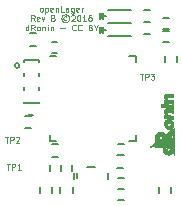
<source format=gto>
G04 #@! TF.FileFunction,Legend,Top*
%FSLAX46Y46*%
G04 Gerber Fmt 4.6, Leading zero omitted, Abs format (unit mm)*
G04 Created by KiCad (PCBNEW 4.0.2-stable) date 5/14/2016 2:34:35 PM*
%MOMM*%
G01*
G04 APERTURE LIST*
%ADD10C,0.100000*%
%ADD11C,0.150000*%
%ADD12C,0.203200*%
%ADD13C,0.127000*%
%ADD14C,0.152400*%
%ADD15C,0.010000*%
%ADD16C,0.125000*%
%ADD17R,0.600000X0.500000*%
%ADD18R,0.500000X0.600000*%
%ADD19R,0.400000X0.600000*%
%ADD20R,0.600000X0.400000*%
%ADD21C,0.685800*%
%ADD22R,0.700000X0.250000*%
%ADD23R,0.250000X0.700000*%
%ADD24R,1.287500X1.287500*%
%ADD25R,1.900000X0.900000*%
%ADD26R,1.727200X2.032000*%
%ADD27O,1.727200X2.032000*%
%ADD28R,0.797560X0.797560*%
%ADD29R,0.758800X1.520800*%
G04 APERTURE END LIST*
D10*
X193980810Y-97152690D02*
X193933191Y-97128881D01*
X193909382Y-97105071D01*
X193885572Y-97057452D01*
X193885572Y-96914595D01*
X193909382Y-96866976D01*
X193933191Y-96843167D01*
X193980810Y-96819357D01*
X194052239Y-96819357D01*
X194099858Y-96843167D01*
X194123667Y-96866976D01*
X194147477Y-96914595D01*
X194147477Y-97057452D01*
X194123667Y-97105071D01*
X194099858Y-97128881D01*
X194052239Y-97152690D01*
X193980810Y-97152690D01*
X194361763Y-96819357D02*
X194361763Y-97319357D01*
X194361763Y-96843167D02*
X194409382Y-96819357D01*
X194504620Y-96819357D01*
X194552239Y-96843167D01*
X194576048Y-96866976D01*
X194599858Y-96914595D01*
X194599858Y-97057452D01*
X194576048Y-97105071D01*
X194552239Y-97128881D01*
X194504620Y-97152690D01*
X194409382Y-97152690D01*
X194361763Y-97128881D01*
X195004620Y-97128881D02*
X194957001Y-97152690D01*
X194861763Y-97152690D01*
X194814144Y-97128881D01*
X194790334Y-97081262D01*
X194790334Y-96890786D01*
X194814144Y-96843167D01*
X194861763Y-96819357D01*
X194957001Y-96819357D01*
X195004620Y-96843167D01*
X195028429Y-96890786D01*
X195028429Y-96938405D01*
X194790334Y-96986024D01*
X195242715Y-96819357D02*
X195242715Y-97152690D01*
X195242715Y-96866976D02*
X195266524Y-96843167D01*
X195314143Y-96819357D01*
X195385572Y-96819357D01*
X195433191Y-96843167D01*
X195457000Y-96890786D01*
X195457000Y-97152690D01*
X195933191Y-97152690D02*
X195695096Y-97152690D01*
X195695096Y-96652690D01*
X196314143Y-97152690D02*
X196314143Y-96890786D01*
X196290334Y-96843167D01*
X196242715Y-96819357D01*
X196147477Y-96819357D01*
X196099858Y-96843167D01*
X196314143Y-97128881D02*
X196266524Y-97152690D01*
X196147477Y-97152690D01*
X196099858Y-97128881D01*
X196076048Y-97081262D01*
X196076048Y-97033643D01*
X196099858Y-96986024D01*
X196147477Y-96962214D01*
X196266524Y-96962214D01*
X196314143Y-96938405D01*
X196766524Y-96819357D02*
X196766524Y-97224119D01*
X196742715Y-97271738D01*
X196718905Y-97295548D01*
X196671286Y-97319357D01*
X196599858Y-97319357D01*
X196552239Y-97295548D01*
X196766524Y-97128881D02*
X196718905Y-97152690D01*
X196623667Y-97152690D01*
X196576048Y-97128881D01*
X196552239Y-97105071D01*
X196528429Y-97057452D01*
X196528429Y-96914595D01*
X196552239Y-96866976D01*
X196576048Y-96843167D01*
X196623667Y-96819357D01*
X196718905Y-96819357D01*
X196766524Y-96843167D01*
X197195096Y-97128881D02*
X197147477Y-97152690D01*
X197052239Y-97152690D01*
X197004620Y-97128881D01*
X196980810Y-97081262D01*
X196980810Y-96890786D01*
X197004620Y-96843167D01*
X197052239Y-96819357D01*
X197147477Y-96819357D01*
X197195096Y-96843167D01*
X197218905Y-96890786D01*
X197218905Y-96938405D01*
X196980810Y-96986024D01*
X197433191Y-97152690D02*
X197433191Y-96819357D01*
X197433191Y-96914595D02*
X197457000Y-96866976D01*
X197480810Y-96843167D01*
X197528429Y-96819357D01*
X197576048Y-96819357D01*
X193445097Y-97952690D02*
X193278430Y-97714595D01*
X193159383Y-97952690D02*
X193159383Y-97452690D01*
X193349859Y-97452690D01*
X193397478Y-97476500D01*
X193421287Y-97500310D01*
X193445097Y-97547929D01*
X193445097Y-97619357D01*
X193421287Y-97666976D01*
X193397478Y-97690786D01*
X193349859Y-97714595D01*
X193159383Y-97714595D01*
X193849859Y-97928881D02*
X193802240Y-97952690D01*
X193707002Y-97952690D01*
X193659383Y-97928881D01*
X193635573Y-97881262D01*
X193635573Y-97690786D01*
X193659383Y-97643167D01*
X193707002Y-97619357D01*
X193802240Y-97619357D01*
X193849859Y-97643167D01*
X193873668Y-97690786D01*
X193873668Y-97738405D01*
X193635573Y-97786024D01*
X194040335Y-97619357D02*
X194159382Y-97952690D01*
X194278430Y-97619357D01*
X195016524Y-97690786D02*
X195087953Y-97714595D01*
X195111762Y-97738405D01*
X195135572Y-97786024D01*
X195135572Y-97857452D01*
X195111762Y-97905071D01*
X195087953Y-97928881D01*
X195040334Y-97952690D01*
X194849858Y-97952690D01*
X194849858Y-97452690D01*
X195016524Y-97452690D01*
X195064143Y-97476500D01*
X195087953Y-97500310D01*
X195111762Y-97547929D01*
X195111762Y-97595548D01*
X195087953Y-97643167D01*
X195064143Y-97666976D01*
X195016524Y-97690786D01*
X194849858Y-97690786D01*
X196135572Y-97571738D02*
X196087952Y-97547929D01*
X195992714Y-97547929D01*
X195945095Y-97571738D01*
X195897476Y-97619357D01*
X195873667Y-97666976D01*
X195873667Y-97762214D01*
X195897476Y-97809833D01*
X195945095Y-97857452D01*
X195992714Y-97881262D01*
X196087952Y-97881262D01*
X196135572Y-97857452D01*
X196040333Y-97381262D02*
X195921286Y-97405071D01*
X195802238Y-97476500D01*
X195730810Y-97595548D01*
X195707000Y-97714595D01*
X195730810Y-97833643D01*
X195802238Y-97952690D01*
X195921286Y-98024119D01*
X196040333Y-98047929D01*
X196159381Y-98024119D01*
X196278429Y-97952690D01*
X196349857Y-97833643D01*
X196373667Y-97714595D01*
X196349857Y-97595548D01*
X196278429Y-97476500D01*
X196159381Y-97405071D01*
X196040333Y-97381262D01*
X196564143Y-97500310D02*
X196587953Y-97476500D01*
X196635572Y-97452690D01*
X196754619Y-97452690D01*
X196802238Y-97476500D01*
X196826048Y-97500310D01*
X196849857Y-97547929D01*
X196849857Y-97595548D01*
X196826048Y-97666976D01*
X196540334Y-97952690D01*
X196849857Y-97952690D01*
X197159381Y-97452690D02*
X197207000Y-97452690D01*
X197254619Y-97476500D01*
X197278428Y-97500310D01*
X197302238Y-97547929D01*
X197326047Y-97643167D01*
X197326047Y-97762214D01*
X197302238Y-97857452D01*
X197278428Y-97905071D01*
X197254619Y-97928881D01*
X197207000Y-97952690D01*
X197159381Y-97952690D01*
X197111762Y-97928881D01*
X197087952Y-97905071D01*
X197064143Y-97857452D01*
X197040333Y-97762214D01*
X197040333Y-97643167D01*
X197064143Y-97547929D01*
X197087952Y-97500310D01*
X197111762Y-97476500D01*
X197159381Y-97452690D01*
X197802237Y-97952690D02*
X197516523Y-97952690D01*
X197659380Y-97952690D02*
X197659380Y-97452690D01*
X197611761Y-97524119D01*
X197564142Y-97571738D01*
X197516523Y-97595548D01*
X198230808Y-97452690D02*
X198135570Y-97452690D01*
X198087951Y-97476500D01*
X198064142Y-97500310D01*
X198016523Y-97571738D01*
X197992713Y-97666976D01*
X197992713Y-97857452D01*
X198016523Y-97905071D01*
X198040332Y-97928881D01*
X198087951Y-97952690D01*
X198183189Y-97952690D01*
X198230808Y-97928881D01*
X198254618Y-97905071D01*
X198278427Y-97857452D01*
X198278427Y-97738405D01*
X198254618Y-97690786D01*
X198230808Y-97666976D01*
X198183189Y-97643167D01*
X198087951Y-97643167D01*
X198040332Y-97666976D01*
X198016523Y-97690786D01*
X197992713Y-97738405D01*
X192921286Y-98752690D02*
X192921286Y-98252690D01*
X192921286Y-98728881D02*
X192873667Y-98752690D01*
X192778429Y-98752690D01*
X192730810Y-98728881D01*
X192707001Y-98705071D01*
X192683191Y-98657452D01*
X192683191Y-98514595D01*
X192707001Y-98466976D01*
X192730810Y-98443167D01*
X192778429Y-98419357D01*
X192873667Y-98419357D01*
X192921286Y-98443167D01*
X193445096Y-98752690D02*
X193278429Y-98514595D01*
X193159382Y-98752690D02*
X193159382Y-98252690D01*
X193349858Y-98252690D01*
X193397477Y-98276500D01*
X193421286Y-98300310D01*
X193445096Y-98347929D01*
X193445096Y-98419357D01*
X193421286Y-98466976D01*
X193397477Y-98490786D01*
X193349858Y-98514595D01*
X193159382Y-98514595D01*
X193730810Y-98752690D02*
X193683191Y-98728881D01*
X193659382Y-98705071D01*
X193635572Y-98657452D01*
X193635572Y-98514595D01*
X193659382Y-98466976D01*
X193683191Y-98443167D01*
X193730810Y-98419357D01*
X193802239Y-98419357D01*
X193849858Y-98443167D01*
X193873667Y-98466976D01*
X193897477Y-98514595D01*
X193897477Y-98657452D01*
X193873667Y-98705071D01*
X193849858Y-98728881D01*
X193802239Y-98752690D01*
X193730810Y-98752690D01*
X194111763Y-98419357D02*
X194111763Y-98752690D01*
X194111763Y-98466976D02*
X194135572Y-98443167D01*
X194183191Y-98419357D01*
X194254620Y-98419357D01*
X194302239Y-98443167D01*
X194326048Y-98490786D01*
X194326048Y-98752690D01*
X194564144Y-98752690D02*
X194564144Y-98419357D01*
X194564144Y-98252690D02*
X194540334Y-98276500D01*
X194564144Y-98300310D01*
X194587953Y-98276500D01*
X194564144Y-98252690D01*
X194564144Y-98300310D01*
X194802239Y-98419357D02*
X194802239Y-98752690D01*
X194802239Y-98466976D02*
X194826048Y-98443167D01*
X194873667Y-98419357D01*
X194945096Y-98419357D01*
X194992715Y-98443167D01*
X195016524Y-98490786D01*
X195016524Y-98752690D01*
X195635572Y-98562214D02*
X196016524Y-98562214D01*
X196921286Y-98705071D02*
X196897476Y-98728881D01*
X196826048Y-98752690D01*
X196778429Y-98752690D01*
X196707000Y-98728881D01*
X196659381Y-98681262D01*
X196635572Y-98633643D01*
X196611762Y-98538405D01*
X196611762Y-98466976D01*
X196635572Y-98371738D01*
X196659381Y-98324119D01*
X196707000Y-98276500D01*
X196778429Y-98252690D01*
X196826048Y-98252690D01*
X196897476Y-98276500D01*
X196921286Y-98300310D01*
X197421286Y-98705071D02*
X197397476Y-98728881D01*
X197326048Y-98752690D01*
X197278429Y-98752690D01*
X197207000Y-98728881D01*
X197159381Y-98681262D01*
X197135572Y-98633643D01*
X197111762Y-98538405D01*
X197111762Y-98466976D01*
X197135572Y-98371738D01*
X197159381Y-98324119D01*
X197207000Y-98276500D01*
X197278429Y-98252690D01*
X197326048Y-98252690D01*
X197397476Y-98276500D01*
X197421286Y-98300310D01*
X198183190Y-98490786D02*
X198254619Y-98514595D01*
X198278428Y-98538405D01*
X198302238Y-98586024D01*
X198302238Y-98657452D01*
X198278428Y-98705071D01*
X198254619Y-98728881D01*
X198207000Y-98752690D01*
X198016524Y-98752690D01*
X198016524Y-98252690D01*
X198183190Y-98252690D01*
X198230809Y-98276500D01*
X198254619Y-98300310D01*
X198278428Y-98347929D01*
X198278428Y-98395548D01*
X198254619Y-98443167D01*
X198230809Y-98466976D01*
X198183190Y-98490786D01*
X198016524Y-98490786D01*
X198611762Y-98514595D02*
X198611762Y-98752690D01*
X198445095Y-98252690D02*
X198611762Y-98514595D01*
X198778428Y-98252690D01*
D11*
X201037000Y-111221500D02*
X200537000Y-111221500D01*
X200537000Y-112171500D02*
X201037000Y-112171500D01*
X196626500Y-110676500D02*
X196626500Y-110176500D01*
X195676500Y-110176500D02*
X195676500Y-110676500D01*
X195674000Y-110676500D02*
X195674000Y-110176500D01*
X194724000Y-110176500D02*
X194724000Y-110676500D01*
X192853500Y-105885000D02*
X193353500Y-105885000D01*
X193353500Y-104935000D02*
X192853500Y-104935000D01*
X201037000Y-108364000D02*
X200537000Y-108364000D01*
X200537000Y-109314000D02*
X201037000Y-109314000D01*
X201037000Y-112174000D02*
X200537000Y-112174000D01*
X200537000Y-113124000D02*
X201037000Y-113124000D01*
X194885500Y-100678000D02*
X195385500Y-100678000D01*
X195385500Y-99728000D02*
X194885500Y-99728000D01*
X193163000Y-105964500D02*
X192663000Y-105964500D01*
X192663000Y-107014500D02*
X193163000Y-107014500D01*
X204347000Y-98759500D02*
X204847000Y-98759500D01*
X204847000Y-97709500D02*
X204347000Y-97709500D01*
X204847000Y-98662000D02*
X204347000Y-98662000D01*
X204347000Y-99712000D02*
X204847000Y-99712000D01*
X200910000Y-109330000D02*
X200410000Y-109330000D01*
X200410000Y-110380000D02*
X200910000Y-110380000D01*
X204453000Y-100905500D02*
X204453000Y-101405500D01*
X205503000Y-101405500D02*
X205503000Y-100905500D01*
X193912000Y-112018000D02*
X193912000Y-112518000D01*
X194962000Y-112518000D02*
X194962000Y-112018000D01*
X195626500Y-112018000D02*
X195626500Y-112518000D01*
X196676500Y-112518000D02*
X196676500Y-112018000D01*
X203945000Y-112018000D02*
X203945000Y-112518000D01*
X204995000Y-112518000D02*
X204995000Y-112018000D01*
X195449000Y-108377500D02*
X194949000Y-108377500D01*
X194949000Y-109427500D02*
X195449000Y-109427500D01*
X193544000Y-98979500D02*
X193044000Y-98979500D01*
X193044000Y-100029500D02*
X193544000Y-100029500D01*
X203196000Y-97011000D02*
X202696000Y-97011000D01*
X202696000Y-98061000D02*
X203196000Y-98061000D01*
X202696000Y-99077000D02*
X203196000Y-99077000D01*
X203196000Y-98027000D02*
X202696000Y-98027000D01*
X201999000Y-100896000D02*
X201999000Y-101421000D01*
X194749000Y-108146000D02*
X194749000Y-107621000D01*
X201999000Y-108146000D02*
X201999000Y-107621000D01*
X194749000Y-100896000D02*
X195274000Y-100896000D01*
X194749000Y-108146000D02*
X195274000Y-108146000D01*
X201999000Y-108146000D02*
X201474000Y-108146000D01*
X201999000Y-100896000D02*
X201474000Y-100896000D01*
D12*
X193817000Y-104824000D02*
X193817000Y-104924000D01*
X193817000Y-104924000D02*
X192517000Y-104924000D01*
X192517000Y-104924000D02*
X192517000Y-104824000D01*
X192517000Y-101424000D02*
X192517000Y-101274000D01*
X192517000Y-101274000D02*
X193817000Y-101274000D01*
X193817000Y-101274000D02*
X193817000Y-101424000D01*
D13*
X193817000Y-102324000D02*
X193817000Y-102724000D01*
X193817000Y-103524000D02*
X193817000Y-103924000D01*
X192517000Y-102324000D02*
X192517000Y-102724000D01*
X192517000Y-103524000D02*
X192517000Y-103924000D01*
X192167000Y-101724000D02*
G75*
G03X192167000Y-101724000I-200000J0D01*
G01*
D11*
X199687000Y-98086000D02*
X201587000Y-98086000D01*
X199687000Y-96986000D02*
X201587000Y-96986000D01*
X199063000Y-97536000D02*
X199513000Y-97536000D01*
X199013000Y-97286000D02*
X199013000Y-97786000D01*
X199013000Y-97536000D02*
X199263000Y-97286000D01*
X199263000Y-97286000D02*
X199263000Y-97786000D01*
X199263000Y-97786000D02*
X199013000Y-97536000D01*
X199687000Y-99229000D02*
X201587000Y-99229000D01*
X199687000Y-98129000D02*
X201587000Y-98129000D01*
X199063000Y-98679000D02*
X199513000Y-98679000D01*
X199013000Y-98429000D02*
X199013000Y-98929000D01*
X199013000Y-98679000D02*
X199263000Y-98429000D01*
X199263000Y-98429000D02*
X199263000Y-98929000D01*
X199263000Y-98929000D02*
X199013000Y-98679000D01*
D14*
X199694800Y-111340900D02*
X199694800Y-110782100D01*
X198577200Y-110274100D02*
X197916800Y-110274100D01*
X196799200Y-110782100D02*
X196799200Y-111340900D01*
X197027803Y-110883704D02*
G75*
G02X197027800Y-111239300I-227573J-177796D01*
G01*
X197027803Y-110883704D02*
G75*
G02X197027800Y-111239300I-227573J-177796D01*
G01*
D15*
G36*
X204970950Y-108413702D02*
X204976541Y-108414061D01*
X204985405Y-108414705D01*
X204997231Y-108415608D01*
X205011710Y-108416747D01*
X205028530Y-108418096D01*
X205047383Y-108419631D01*
X205067958Y-108421327D01*
X205089944Y-108423161D01*
X205108763Y-108424745D01*
X205131772Y-108426685D01*
X205153697Y-108428526D01*
X205174218Y-108430241D01*
X205193016Y-108431803D01*
X205209771Y-108433186D01*
X205224165Y-108434364D01*
X205235877Y-108435311D01*
X205244587Y-108436000D01*
X205249978Y-108436405D01*
X205251680Y-108436507D01*
X205252113Y-108436565D01*
X205252510Y-108436841D01*
X205252875Y-108437491D01*
X205253208Y-108438672D01*
X205253511Y-108440537D01*
X205253784Y-108443243D01*
X205254030Y-108446946D01*
X205254251Y-108451800D01*
X205254446Y-108457962D01*
X205254618Y-108465586D01*
X205254768Y-108474830D01*
X205254897Y-108485847D01*
X205255007Y-108498794D01*
X205255099Y-108513825D01*
X205255175Y-108531098D01*
X205255235Y-108550766D01*
X205255282Y-108572987D01*
X205255317Y-108597914D01*
X205255341Y-108625704D01*
X205255355Y-108656513D01*
X205255361Y-108690495D01*
X205255360Y-108727806D01*
X205255354Y-108768603D01*
X205255343Y-108813040D01*
X205255334Y-108847304D01*
X205255223Y-109258100D01*
X205249607Y-109242469D01*
X205247859Y-109237501D01*
X205244991Y-109229212D01*
X205241071Y-109217806D01*
X205236168Y-109203484D01*
X205230348Y-109186448D01*
X205223682Y-109166900D01*
X205216238Y-109145042D01*
X205208083Y-109121075D01*
X205199286Y-109095202D01*
X205189916Y-109067624D01*
X205180041Y-109038544D01*
X205169729Y-109008162D01*
X205159049Y-108976682D01*
X205148069Y-108944306D01*
X205136857Y-108911234D01*
X205125482Y-108877669D01*
X205114012Y-108843812D01*
X205102515Y-108809867D01*
X205091061Y-108776034D01*
X205079716Y-108742515D01*
X205068550Y-108709513D01*
X205057632Y-108677229D01*
X205047028Y-108645865D01*
X205036808Y-108615624D01*
X205027041Y-108586706D01*
X205017794Y-108559314D01*
X205009135Y-108533650D01*
X205001134Y-108509916D01*
X204993858Y-108488313D01*
X204987377Y-108469044D01*
X204981757Y-108452310D01*
X204977069Y-108438314D01*
X204973379Y-108427257D01*
X204970757Y-108419341D01*
X204969270Y-108414768D01*
X204968943Y-108413652D01*
X204970950Y-108413702D01*
X204970950Y-108413702D01*
G37*
X204970950Y-108413702D02*
X204976541Y-108414061D01*
X204985405Y-108414705D01*
X204997231Y-108415608D01*
X205011710Y-108416747D01*
X205028530Y-108418096D01*
X205047383Y-108419631D01*
X205067958Y-108421327D01*
X205089944Y-108423161D01*
X205108763Y-108424745D01*
X205131772Y-108426685D01*
X205153697Y-108428526D01*
X205174218Y-108430241D01*
X205193016Y-108431803D01*
X205209771Y-108433186D01*
X205224165Y-108434364D01*
X205235877Y-108435311D01*
X205244587Y-108436000D01*
X205249978Y-108436405D01*
X205251680Y-108436507D01*
X205252113Y-108436565D01*
X205252510Y-108436841D01*
X205252875Y-108437491D01*
X205253208Y-108438672D01*
X205253511Y-108440537D01*
X205253784Y-108443243D01*
X205254030Y-108446946D01*
X205254251Y-108451800D01*
X205254446Y-108457962D01*
X205254618Y-108465586D01*
X205254768Y-108474830D01*
X205254897Y-108485847D01*
X205255007Y-108498794D01*
X205255099Y-108513825D01*
X205255175Y-108531098D01*
X205255235Y-108550766D01*
X205255282Y-108572987D01*
X205255317Y-108597914D01*
X205255341Y-108625704D01*
X205255355Y-108656513D01*
X205255361Y-108690495D01*
X205255360Y-108727806D01*
X205255354Y-108768603D01*
X205255343Y-108813040D01*
X205255334Y-108847304D01*
X205255223Y-109258100D01*
X205249607Y-109242469D01*
X205247859Y-109237501D01*
X205244991Y-109229212D01*
X205241071Y-109217806D01*
X205236168Y-109203484D01*
X205230348Y-109186448D01*
X205223682Y-109166900D01*
X205216238Y-109145042D01*
X205208083Y-109121075D01*
X205199286Y-109095202D01*
X205189916Y-109067624D01*
X205180041Y-109038544D01*
X205169729Y-109008162D01*
X205159049Y-108976682D01*
X205148069Y-108944306D01*
X205136857Y-108911234D01*
X205125482Y-108877669D01*
X205114012Y-108843812D01*
X205102515Y-108809867D01*
X205091061Y-108776034D01*
X205079716Y-108742515D01*
X205068550Y-108709513D01*
X205057632Y-108677229D01*
X205047028Y-108645865D01*
X205036808Y-108615624D01*
X205027041Y-108586706D01*
X205017794Y-108559314D01*
X205009135Y-108533650D01*
X205001134Y-108509916D01*
X204993858Y-108488313D01*
X204987377Y-108469044D01*
X204981757Y-108452310D01*
X204977069Y-108438314D01*
X204973379Y-108427257D01*
X204970757Y-108419341D01*
X204969270Y-108414768D01*
X204968943Y-108413652D01*
X204970950Y-108413702D01*
G36*
X203613167Y-108203490D02*
X203613491Y-108197824D01*
X203614112Y-108188848D01*
X203615006Y-108176850D01*
X203616146Y-108162123D01*
X203617509Y-108144957D01*
X203619069Y-108125642D01*
X203620803Y-108104469D01*
X203622684Y-108081729D01*
X203624689Y-108057711D01*
X203626793Y-108032708D01*
X203628970Y-108007009D01*
X203631197Y-107980905D01*
X203633448Y-107954686D01*
X203635698Y-107928644D01*
X203637923Y-107903069D01*
X203640099Y-107878251D01*
X203642199Y-107854481D01*
X203644200Y-107832050D01*
X203646077Y-107811248D01*
X203647805Y-107792366D01*
X203649359Y-107775694D01*
X203650715Y-107761524D01*
X203651847Y-107750145D01*
X203652507Y-107743869D01*
X203659024Y-107701085D01*
X203669027Y-107659921D01*
X203682422Y-107620510D01*
X203699118Y-107582984D01*
X203719022Y-107547476D01*
X203742042Y-107514118D01*
X203768086Y-107483042D01*
X203797062Y-107454382D01*
X203828878Y-107428271D01*
X203863440Y-107404839D01*
X203900658Y-107384221D01*
X203903758Y-107382692D01*
X203934483Y-107368928D01*
X203964872Y-107357989D01*
X203996042Y-107349545D01*
X204029114Y-107343266D01*
X204044944Y-107341056D01*
X204057672Y-107339879D01*
X204072949Y-107339142D01*
X204089861Y-107338830D01*
X204107496Y-107338926D01*
X204124943Y-107339415D01*
X204141289Y-107340281D01*
X204155621Y-107341509D01*
X204167027Y-107343081D01*
X204167609Y-107343188D01*
X204209906Y-107352981D01*
X204250428Y-107366167D01*
X204289055Y-107382683D01*
X204325665Y-107402468D01*
X204360140Y-107425459D01*
X204392357Y-107451594D01*
X204410990Y-107469194D01*
X204419783Y-107478120D01*
X204425991Y-107484812D01*
X204429904Y-107489684D01*
X204431811Y-107493151D01*
X204432000Y-107495627D01*
X204430760Y-107497528D01*
X204430736Y-107497550D01*
X204428810Y-107499146D01*
X204424067Y-107502991D01*
X204416741Y-107508895D01*
X204407071Y-107516668D01*
X204395291Y-107526121D01*
X204381637Y-107537065D01*
X204366347Y-107549311D01*
X204349657Y-107562668D01*
X204331802Y-107576948D01*
X204313018Y-107591962D01*
X204306543Y-107597135D01*
X204185093Y-107694158D01*
X204172098Y-107684322D01*
X204155959Y-107673381D01*
X204140245Y-107665607D01*
X204123821Y-107660587D01*
X204105552Y-107657906D01*
X204098489Y-107657443D01*
X204075295Y-107658053D01*
X204053607Y-107662240D01*
X204033284Y-107670056D01*
X204014186Y-107681555D01*
X203996172Y-107696792D01*
X203996007Y-107696954D01*
X203986092Y-107707654D01*
X203977681Y-107719040D01*
X203970638Y-107731534D01*
X203964829Y-107745559D01*
X203960121Y-107761537D01*
X203956377Y-107779890D01*
X203953464Y-107801039D01*
X203951248Y-107825408D01*
X203950263Y-107840584D01*
X203949460Y-107853692D01*
X203948559Y-107866962D01*
X203947641Y-107879297D01*
X203946786Y-107889603D01*
X203946261Y-107895089D01*
X203945536Y-107903150D01*
X203945178Y-107909660D01*
X203945225Y-107913706D01*
X203945438Y-107914550D01*
X203947406Y-107914766D01*
X203953094Y-107915303D01*
X203962328Y-107916145D01*
X203974936Y-107917277D01*
X203990742Y-107918685D01*
X204009574Y-107920354D01*
X204031258Y-107922267D01*
X204055621Y-107924411D01*
X204082490Y-107926770D01*
X204111690Y-107929330D01*
X204143048Y-107932074D01*
X204176391Y-107934989D01*
X204211545Y-107938058D01*
X204248337Y-107941268D01*
X204286593Y-107944602D01*
X204326140Y-107948046D01*
X204366804Y-107951585D01*
X204408412Y-107955204D01*
X204450791Y-107958888D01*
X204493765Y-107962621D01*
X204537164Y-107966389D01*
X204580811Y-107970177D01*
X204624535Y-107973969D01*
X204668162Y-107977750D01*
X204711518Y-107981506D01*
X204754430Y-107985222D01*
X204796724Y-107988881D01*
X204838227Y-107992470D01*
X204878765Y-107995973D01*
X204918164Y-107999376D01*
X204956252Y-108002662D01*
X204992855Y-108005818D01*
X205027798Y-108008827D01*
X205060910Y-108011676D01*
X205092016Y-108014348D01*
X205120942Y-108016830D01*
X205147516Y-108019105D01*
X205171563Y-108021159D01*
X205192910Y-108022976D01*
X205211385Y-108024543D01*
X205226812Y-108025843D01*
X205239019Y-108026861D01*
X205247833Y-108027583D01*
X205253079Y-108027994D01*
X205253981Y-108028057D01*
X205254207Y-108029978D01*
X205254422Y-108035516D01*
X205254624Y-108044382D01*
X205254810Y-108056286D01*
X205254978Y-108070938D01*
X205255124Y-108088047D01*
X205255246Y-108107324D01*
X205255341Y-108128479D01*
X205255408Y-108151221D01*
X205255442Y-108175262D01*
X205255446Y-108187392D01*
X205255435Y-108217135D01*
X205255399Y-108243181D01*
X205255335Y-108265741D01*
X205255241Y-108285024D01*
X205255112Y-108301241D01*
X205254945Y-108314603D01*
X205254738Y-108325319D01*
X205254487Y-108333601D01*
X205254189Y-108339659D01*
X205253840Y-108343703D01*
X205253438Y-108345944D01*
X205253004Y-108346594D01*
X205250642Y-108346422D01*
X205244559Y-108345929D01*
X205234909Y-108345128D01*
X205221847Y-108344032D01*
X205205527Y-108342654D01*
X205186106Y-108341009D01*
X205163738Y-108339109D01*
X205138578Y-108336967D01*
X205110780Y-108334597D01*
X205080501Y-108332013D01*
X205047894Y-108329227D01*
X205013116Y-108326253D01*
X204976320Y-108323104D01*
X204937662Y-108319794D01*
X204897297Y-108316336D01*
X204855379Y-108312743D01*
X204812065Y-108309028D01*
X204767508Y-108305206D01*
X204721864Y-108301288D01*
X204675288Y-108297289D01*
X204627934Y-108293222D01*
X204579958Y-108289100D01*
X204531515Y-108284937D01*
X204482760Y-108280746D01*
X204433847Y-108276540D01*
X204384931Y-108272332D01*
X204336169Y-108268136D01*
X204287714Y-108263965D01*
X204239721Y-108259833D01*
X204192346Y-108255753D01*
X204145744Y-108251738D01*
X204100069Y-108247801D01*
X204055477Y-108243956D01*
X204012122Y-108240217D01*
X203970159Y-108236596D01*
X203929744Y-108233106D01*
X203891032Y-108229762D01*
X203854176Y-108226576D01*
X203819334Y-108223563D01*
X203786658Y-108220734D01*
X203756305Y-108218104D01*
X203728429Y-108215685D01*
X203703186Y-108213492D01*
X203680730Y-108211537D01*
X203661216Y-108209834D01*
X203644799Y-108208396D01*
X203631635Y-108207236D01*
X203621878Y-108206368D01*
X203615683Y-108205806D01*
X203613205Y-108205562D01*
X203613164Y-108205554D01*
X203613167Y-108203490D01*
X203613167Y-108203490D01*
G37*
X203613167Y-108203490D02*
X203613491Y-108197824D01*
X203614112Y-108188848D01*
X203615006Y-108176850D01*
X203616146Y-108162123D01*
X203617509Y-108144957D01*
X203619069Y-108125642D01*
X203620803Y-108104469D01*
X203622684Y-108081729D01*
X203624689Y-108057711D01*
X203626793Y-108032708D01*
X203628970Y-108007009D01*
X203631197Y-107980905D01*
X203633448Y-107954686D01*
X203635698Y-107928644D01*
X203637923Y-107903069D01*
X203640099Y-107878251D01*
X203642199Y-107854481D01*
X203644200Y-107832050D01*
X203646077Y-107811248D01*
X203647805Y-107792366D01*
X203649359Y-107775694D01*
X203650715Y-107761524D01*
X203651847Y-107750145D01*
X203652507Y-107743869D01*
X203659024Y-107701085D01*
X203669027Y-107659921D01*
X203682422Y-107620510D01*
X203699118Y-107582984D01*
X203719022Y-107547476D01*
X203742042Y-107514118D01*
X203768086Y-107483042D01*
X203797062Y-107454382D01*
X203828878Y-107428271D01*
X203863440Y-107404839D01*
X203900658Y-107384221D01*
X203903758Y-107382692D01*
X203934483Y-107368928D01*
X203964872Y-107357989D01*
X203996042Y-107349545D01*
X204029114Y-107343266D01*
X204044944Y-107341056D01*
X204057672Y-107339879D01*
X204072949Y-107339142D01*
X204089861Y-107338830D01*
X204107496Y-107338926D01*
X204124943Y-107339415D01*
X204141289Y-107340281D01*
X204155621Y-107341509D01*
X204167027Y-107343081D01*
X204167609Y-107343188D01*
X204209906Y-107352981D01*
X204250428Y-107366167D01*
X204289055Y-107382683D01*
X204325665Y-107402468D01*
X204360140Y-107425459D01*
X204392357Y-107451594D01*
X204410990Y-107469194D01*
X204419783Y-107478120D01*
X204425991Y-107484812D01*
X204429904Y-107489684D01*
X204431811Y-107493151D01*
X204432000Y-107495627D01*
X204430760Y-107497528D01*
X204430736Y-107497550D01*
X204428810Y-107499146D01*
X204424067Y-107502991D01*
X204416741Y-107508895D01*
X204407071Y-107516668D01*
X204395291Y-107526121D01*
X204381637Y-107537065D01*
X204366347Y-107549311D01*
X204349657Y-107562668D01*
X204331802Y-107576948D01*
X204313018Y-107591962D01*
X204306543Y-107597135D01*
X204185093Y-107694158D01*
X204172098Y-107684322D01*
X204155959Y-107673381D01*
X204140245Y-107665607D01*
X204123821Y-107660587D01*
X204105552Y-107657906D01*
X204098489Y-107657443D01*
X204075295Y-107658053D01*
X204053607Y-107662240D01*
X204033284Y-107670056D01*
X204014186Y-107681555D01*
X203996172Y-107696792D01*
X203996007Y-107696954D01*
X203986092Y-107707654D01*
X203977681Y-107719040D01*
X203970638Y-107731534D01*
X203964829Y-107745559D01*
X203960121Y-107761537D01*
X203956377Y-107779890D01*
X203953464Y-107801039D01*
X203951248Y-107825408D01*
X203950263Y-107840584D01*
X203949460Y-107853692D01*
X203948559Y-107866962D01*
X203947641Y-107879297D01*
X203946786Y-107889603D01*
X203946261Y-107895089D01*
X203945536Y-107903150D01*
X203945178Y-107909660D01*
X203945225Y-107913706D01*
X203945438Y-107914550D01*
X203947406Y-107914766D01*
X203953094Y-107915303D01*
X203962328Y-107916145D01*
X203974936Y-107917277D01*
X203990742Y-107918685D01*
X204009574Y-107920354D01*
X204031258Y-107922267D01*
X204055621Y-107924411D01*
X204082490Y-107926770D01*
X204111690Y-107929330D01*
X204143048Y-107932074D01*
X204176391Y-107934989D01*
X204211545Y-107938058D01*
X204248337Y-107941268D01*
X204286593Y-107944602D01*
X204326140Y-107948046D01*
X204366804Y-107951585D01*
X204408412Y-107955204D01*
X204450791Y-107958888D01*
X204493765Y-107962621D01*
X204537164Y-107966389D01*
X204580811Y-107970177D01*
X204624535Y-107973969D01*
X204668162Y-107977750D01*
X204711518Y-107981506D01*
X204754430Y-107985222D01*
X204796724Y-107988881D01*
X204838227Y-107992470D01*
X204878765Y-107995973D01*
X204918164Y-107999376D01*
X204956252Y-108002662D01*
X204992855Y-108005818D01*
X205027798Y-108008827D01*
X205060910Y-108011676D01*
X205092016Y-108014348D01*
X205120942Y-108016830D01*
X205147516Y-108019105D01*
X205171563Y-108021159D01*
X205192910Y-108022976D01*
X205211385Y-108024543D01*
X205226812Y-108025843D01*
X205239019Y-108026861D01*
X205247833Y-108027583D01*
X205253079Y-108027994D01*
X205253981Y-108028057D01*
X205254207Y-108029978D01*
X205254422Y-108035516D01*
X205254624Y-108044382D01*
X205254810Y-108056286D01*
X205254978Y-108070938D01*
X205255124Y-108088047D01*
X205255246Y-108107324D01*
X205255341Y-108128479D01*
X205255408Y-108151221D01*
X205255442Y-108175262D01*
X205255446Y-108187392D01*
X205255435Y-108217135D01*
X205255399Y-108243181D01*
X205255335Y-108265741D01*
X205255241Y-108285024D01*
X205255112Y-108301241D01*
X205254945Y-108314603D01*
X205254738Y-108325319D01*
X205254487Y-108333601D01*
X205254189Y-108339659D01*
X205253840Y-108343703D01*
X205253438Y-108345944D01*
X205253004Y-108346594D01*
X205250642Y-108346422D01*
X205244559Y-108345929D01*
X205234909Y-108345128D01*
X205221847Y-108344032D01*
X205205527Y-108342654D01*
X205186106Y-108341009D01*
X205163738Y-108339109D01*
X205138578Y-108336967D01*
X205110780Y-108334597D01*
X205080501Y-108332013D01*
X205047894Y-108329227D01*
X205013116Y-108326253D01*
X204976320Y-108323104D01*
X204937662Y-108319794D01*
X204897297Y-108316336D01*
X204855379Y-108312743D01*
X204812065Y-108309028D01*
X204767508Y-108305206D01*
X204721864Y-108301288D01*
X204675288Y-108297289D01*
X204627934Y-108293222D01*
X204579958Y-108289100D01*
X204531515Y-108284937D01*
X204482760Y-108280746D01*
X204433847Y-108276540D01*
X204384931Y-108272332D01*
X204336169Y-108268136D01*
X204287714Y-108263965D01*
X204239721Y-108259833D01*
X204192346Y-108255753D01*
X204145744Y-108251738D01*
X204100069Y-108247801D01*
X204055477Y-108243956D01*
X204012122Y-108240217D01*
X203970159Y-108236596D01*
X203929744Y-108233106D01*
X203891032Y-108229762D01*
X203854176Y-108226576D01*
X203819334Y-108223563D01*
X203786658Y-108220734D01*
X203756305Y-108218104D01*
X203728429Y-108215685D01*
X203703186Y-108213492D01*
X203680730Y-108211537D01*
X203661216Y-108209834D01*
X203644799Y-108208396D01*
X203631635Y-108207236D01*
X203621878Y-108206368D01*
X203615683Y-108205806D01*
X203613205Y-108205562D01*
X203613164Y-108205554D01*
X203613167Y-108203490D01*
G36*
X204799170Y-107894821D02*
X204801721Y-107889539D01*
X204805882Y-107881056D01*
X204811578Y-107869519D01*
X204818738Y-107855074D01*
X204827289Y-107837866D01*
X204837157Y-107818041D01*
X204848270Y-107795745D01*
X204860555Y-107771123D01*
X204873940Y-107744322D01*
X204888351Y-107715486D01*
X204903716Y-107684763D01*
X204919962Y-107652297D01*
X204937016Y-107618235D01*
X204954805Y-107582722D01*
X204973257Y-107545905D01*
X204992299Y-107507928D01*
X205011857Y-107468937D01*
X205026846Y-107439069D01*
X205255338Y-106983823D01*
X205255392Y-107461012D01*
X205255446Y-107938202D01*
X205247142Y-107937192D01*
X205244196Y-107936903D01*
X205237704Y-107936316D01*
X205227969Y-107935456D01*
X205215291Y-107934349D01*
X205199970Y-107933019D01*
X205189137Y-107932084D01*
X205189137Y-107879317D01*
X205190044Y-107879284D01*
X205190231Y-107877202D01*
X205190440Y-107871475D01*
X205190669Y-107862351D01*
X205190915Y-107850080D01*
X205191177Y-107834914D01*
X205191452Y-107817101D01*
X205191738Y-107796891D01*
X205192032Y-107774535D01*
X205192332Y-107750282D01*
X205192636Y-107724383D01*
X205192942Y-107697087D01*
X205193248Y-107668645D01*
X205193550Y-107639305D01*
X205193847Y-107609319D01*
X205194137Y-107578936D01*
X205194417Y-107548406D01*
X205194684Y-107517979D01*
X205194938Y-107487906D01*
X205195175Y-107458435D01*
X205195393Y-107429817D01*
X205195590Y-107402302D01*
X205195763Y-107376140D01*
X205195911Y-107351581D01*
X205196031Y-107328874D01*
X205196120Y-107308270D01*
X205196177Y-107290019D01*
X205196199Y-107274370D01*
X205196183Y-107261574D01*
X205196129Y-107251881D01*
X205196032Y-107245540D01*
X205195892Y-107242802D01*
X205195855Y-107242707D01*
X205194892Y-107244426D01*
X205192273Y-107249464D01*
X205188086Y-107257645D01*
X205182420Y-107268791D01*
X205175364Y-107282727D01*
X205167007Y-107299276D01*
X205157438Y-107318260D01*
X205146746Y-107339504D01*
X205135020Y-107362830D01*
X205122348Y-107388061D01*
X205108820Y-107415022D01*
X205094524Y-107443535D01*
X205079550Y-107473423D01*
X205063986Y-107504510D01*
X205047922Y-107536620D01*
X205041579Y-107549303D01*
X204888279Y-107855898D01*
X204895528Y-107856963D01*
X204899574Y-107857423D01*
X204906944Y-107858119D01*
X204917270Y-107859024D01*
X204930185Y-107860109D01*
X204945321Y-107861347D01*
X204962311Y-107862710D01*
X204980788Y-107864170D01*
X205000384Y-107865699D01*
X205020732Y-107867270D01*
X205041465Y-107868854D01*
X205062215Y-107870424D01*
X205082615Y-107871951D01*
X205102298Y-107873409D01*
X205120896Y-107874769D01*
X205138042Y-107876004D01*
X205153369Y-107877084D01*
X205166509Y-107877984D01*
X205177096Y-107878674D01*
X205184760Y-107879128D01*
X205189137Y-107879317D01*
X205189137Y-107932084D01*
X205182309Y-107931494D01*
X205162606Y-107929797D01*
X205141165Y-107927956D01*
X205118284Y-107925996D01*
X205094266Y-107923941D01*
X205069411Y-107921819D01*
X205044020Y-107919654D01*
X205018393Y-107917472D01*
X204992833Y-107915298D01*
X204967639Y-107913159D01*
X204943112Y-107911080D01*
X204919554Y-107909086D01*
X204897265Y-107907203D01*
X204876546Y-107905457D01*
X204857699Y-107903874D01*
X204841023Y-107902478D01*
X204826820Y-107901295D01*
X204815390Y-107900352D01*
X204807035Y-107899673D01*
X204802056Y-107899285D01*
X204800729Y-107899200D01*
X204798471Y-107897696D01*
X204798300Y-107896757D01*
X204799170Y-107894821D01*
X204799170Y-107894821D01*
G37*
X204799170Y-107894821D02*
X204801721Y-107889539D01*
X204805882Y-107881056D01*
X204811578Y-107869519D01*
X204818738Y-107855074D01*
X204827289Y-107837866D01*
X204837157Y-107818041D01*
X204848270Y-107795745D01*
X204860555Y-107771123D01*
X204873940Y-107744322D01*
X204888351Y-107715486D01*
X204903716Y-107684763D01*
X204919962Y-107652297D01*
X204937016Y-107618235D01*
X204954805Y-107582722D01*
X204973257Y-107545905D01*
X204992299Y-107507928D01*
X205011857Y-107468937D01*
X205026846Y-107439069D01*
X205255338Y-106983823D01*
X205255392Y-107461012D01*
X205255446Y-107938202D01*
X205247142Y-107937192D01*
X205244196Y-107936903D01*
X205237704Y-107936316D01*
X205227969Y-107935456D01*
X205215291Y-107934349D01*
X205199970Y-107933019D01*
X205189137Y-107932084D01*
X205189137Y-107879317D01*
X205190044Y-107879284D01*
X205190231Y-107877202D01*
X205190440Y-107871475D01*
X205190669Y-107862351D01*
X205190915Y-107850080D01*
X205191177Y-107834914D01*
X205191452Y-107817101D01*
X205191738Y-107796891D01*
X205192032Y-107774535D01*
X205192332Y-107750282D01*
X205192636Y-107724383D01*
X205192942Y-107697087D01*
X205193248Y-107668645D01*
X205193550Y-107639305D01*
X205193847Y-107609319D01*
X205194137Y-107578936D01*
X205194417Y-107548406D01*
X205194684Y-107517979D01*
X205194938Y-107487906D01*
X205195175Y-107458435D01*
X205195393Y-107429817D01*
X205195590Y-107402302D01*
X205195763Y-107376140D01*
X205195911Y-107351581D01*
X205196031Y-107328874D01*
X205196120Y-107308270D01*
X205196177Y-107290019D01*
X205196199Y-107274370D01*
X205196183Y-107261574D01*
X205196129Y-107251881D01*
X205196032Y-107245540D01*
X205195892Y-107242802D01*
X205195855Y-107242707D01*
X205194892Y-107244426D01*
X205192273Y-107249464D01*
X205188086Y-107257645D01*
X205182420Y-107268791D01*
X205175364Y-107282727D01*
X205167007Y-107299276D01*
X205157438Y-107318260D01*
X205146746Y-107339504D01*
X205135020Y-107362830D01*
X205122348Y-107388061D01*
X205108820Y-107415022D01*
X205094524Y-107443535D01*
X205079550Y-107473423D01*
X205063986Y-107504510D01*
X205047922Y-107536620D01*
X205041579Y-107549303D01*
X204888279Y-107855898D01*
X204895528Y-107856963D01*
X204899574Y-107857423D01*
X204906944Y-107858119D01*
X204917270Y-107859024D01*
X204930185Y-107860109D01*
X204945321Y-107861347D01*
X204962311Y-107862710D01*
X204980788Y-107864170D01*
X205000384Y-107865699D01*
X205020732Y-107867270D01*
X205041465Y-107868854D01*
X205062215Y-107870424D01*
X205082615Y-107871951D01*
X205102298Y-107873409D01*
X205120896Y-107874769D01*
X205138042Y-107876004D01*
X205153369Y-107877084D01*
X205166509Y-107877984D01*
X205177096Y-107878674D01*
X205184760Y-107879128D01*
X205189137Y-107879317D01*
X205189137Y-107932084D01*
X205182309Y-107931494D01*
X205162606Y-107929797D01*
X205141165Y-107927956D01*
X205118284Y-107925996D01*
X205094266Y-107923941D01*
X205069411Y-107921819D01*
X205044020Y-107919654D01*
X205018393Y-107917472D01*
X204992833Y-107915298D01*
X204967639Y-107913159D01*
X204943112Y-107911080D01*
X204919554Y-107909086D01*
X204897265Y-107907203D01*
X204876546Y-107905457D01*
X204857699Y-107903874D01*
X204841023Y-107902478D01*
X204826820Y-107901295D01*
X204815390Y-107900352D01*
X204807035Y-107899673D01*
X204802056Y-107899285D01*
X204800729Y-107899200D01*
X204798471Y-107897696D01*
X204798300Y-107896757D01*
X204799170Y-107894821D01*
G36*
X204419847Y-106629687D02*
X204421316Y-106606157D01*
X204423546Y-106584348D01*
X204426505Y-106565277D01*
X204426803Y-106563746D01*
X204435129Y-106528320D01*
X204445663Y-106494547D01*
X204458231Y-106462805D01*
X204472657Y-106433472D01*
X204488767Y-106406929D01*
X204506385Y-106383554D01*
X204513760Y-106375235D01*
X204538112Y-106351435D01*
X204563800Y-106331001D01*
X204591016Y-106313857D01*
X204619949Y-106299926D01*
X204650793Y-106289131D01*
X204683736Y-106281396D01*
X204718972Y-106276645D01*
X204756691Y-106274799D01*
X204764054Y-106274770D01*
X204786692Y-106275158D01*
X204806789Y-106276286D01*
X204825665Y-106278310D01*
X204844642Y-106281383D01*
X204865041Y-106285659D01*
X204872492Y-106287403D01*
X204908763Y-106297585D01*
X204942252Y-106310204D01*
X204973418Y-106325514D01*
X205002719Y-106343768D01*
X205030614Y-106365218D01*
X205056282Y-106388840D01*
X205079239Y-106413668D01*
X205099426Y-106439799D01*
X205116979Y-106467539D01*
X205132037Y-106497195D01*
X205144737Y-106529072D01*
X205155215Y-106563479D01*
X205163609Y-106600720D01*
X205170055Y-106641103D01*
X205170412Y-106643854D01*
X205171819Y-106657478D01*
X205172952Y-106673608D01*
X205173783Y-106691225D01*
X205174287Y-106709309D01*
X205174438Y-106726840D01*
X205174210Y-106742796D01*
X205173577Y-106756160D01*
X205173338Y-106759130D01*
X205168091Y-106801103D01*
X205159943Y-106841033D01*
X205148697Y-106879704D01*
X205134155Y-106917894D01*
X205131568Y-106923876D01*
X205116098Y-106954472D01*
X205097706Y-106982476D01*
X205076405Y-107007872D01*
X205052211Y-107030645D01*
X205025139Y-107050779D01*
X204995202Y-107068261D01*
X204990208Y-107070780D01*
X204959258Y-107083977D01*
X204926291Y-107094083D01*
X204891698Y-107101083D01*
X204855874Y-107104964D01*
X204828531Y-107105520D01*
X204828531Y-106837079D01*
X204845601Y-106836901D01*
X204859585Y-106836306D01*
X204871295Y-106835142D01*
X204881542Y-106833259D01*
X204891139Y-106830506D01*
X204900898Y-106826731D01*
X204911631Y-106821783D01*
X204912183Y-106821515D01*
X204931587Y-106810008D01*
X204948320Y-106795830D01*
X204962160Y-106779252D01*
X204972882Y-106760544D01*
X204980264Y-106739977D01*
X204980614Y-106738615D01*
X204983663Y-106725037D01*
X204985240Y-106713583D01*
X204985410Y-106702784D01*
X204984239Y-106691171D01*
X204983047Y-106683907D01*
X204977025Y-106660146D01*
X204967831Y-106638578D01*
X204955343Y-106619010D01*
X204939443Y-106601244D01*
X204924370Y-106588341D01*
X204905429Y-106575874D01*
X204883606Y-106565083D01*
X204859627Y-106556142D01*
X204834217Y-106549224D01*
X204808102Y-106544504D01*
X204782008Y-106542155D01*
X204756661Y-106542353D01*
X204739909Y-106544076D01*
X204717316Y-106548284D01*
X204697890Y-106553911D01*
X204681074Y-106561199D01*
X204666308Y-106570387D01*
X204653453Y-106581308D01*
X204639958Y-106596329D01*
X204629723Y-106612174D01*
X204622529Y-106629398D01*
X204618152Y-106648552D01*
X204616372Y-106670191D01*
X204616312Y-106674138D01*
X204618004Y-106697911D01*
X204623312Y-106720413D01*
X204632102Y-106741473D01*
X204644240Y-106760921D01*
X204659594Y-106778586D01*
X204678029Y-106794298D01*
X204699412Y-106807885D01*
X204723609Y-106819177D01*
X204732424Y-106822454D01*
X204747902Y-106827528D01*
X204762051Y-106831342D01*
X204775884Y-106834050D01*
X204790416Y-106835806D01*
X204806659Y-106836764D01*
X204825628Y-106837078D01*
X204828531Y-106837079D01*
X204828531Y-107105520D01*
X204819209Y-107105710D01*
X204782096Y-107103308D01*
X204744929Y-107097742D01*
X204708099Y-107088997D01*
X204685900Y-107082074D01*
X204651452Y-107068405D01*
X204619144Y-107051617D01*
X204588864Y-107031624D01*
X204560500Y-107008338D01*
X204533940Y-106981673D01*
X204509072Y-106951540D01*
X204497121Y-106934977D01*
X204477800Y-106903859D01*
X204461184Y-106870334D01*
X204447228Y-106834275D01*
X204435889Y-106795557D01*
X204427122Y-106754053D01*
X204422167Y-106720688D01*
X204420297Y-106700439D01*
X204419307Y-106677845D01*
X204419167Y-106653922D01*
X204419847Y-106629687D01*
X204419847Y-106629687D01*
G37*
X204419847Y-106629687D02*
X204421316Y-106606157D01*
X204423546Y-106584348D01*
X204426505Y-106565277D01*
X204426803Y-106563746D01*
X204435129Y-106528320D01*
X204445663Y-106494547D01*
X204458231Y-106462805D01*
X204472657Y-106433472D01*
X204488767Y-106406929D01*
X204506385Y-106383554D01*
X204513760Y-106375235D01*
X204538112Y-106351435D01*
X204563800Y-106331001D01*
X204591016Y-106313857D01*
X204619949Y-106299926D01*
X204650793Y-106289131D01*
X204683736Y-106281396D01*
X204718972Y-106276645D01*
X204756691Y-106274799D01*
X204764054Y-106274770D01*
X204786692Y-106275158D01*
X204806789Y-106276286D01*
X204825665Y-106278310D01*
X204844642Y-106281383D01*
X204865041Y-106285659D01*
X204872492Y-106287403D01*
X204908763Y-106297585D01*
X204942252Y-106310204D01*
X204973418Y-106325514D01*
X205002719Y-106343768D01*
X205030614Y-106365218D01*
X205056282Y-106388840D01*
X205079239Y-106413668D01*
X205099426Y-106439799D01*
X205116979Y-106467539D01*
X205132037Y-106497195D01*
X205144737Y-106529072D01*
X205155215Y-106563479D01*
X205163609Y-106600720D01*
X205170055Y-106641103D01*
X205170412Y-106643854D01*
X205171819Y-106657478D01*
X205172952Y-106673608D01*
X205173783Y-106691225D01*
X205174287Y-106709309D01*
X205174438Y-106726840D01*
X205174210Y-106742796D01*
X205173577Y-106756160D01*
X205173338Y-106759130D01*
X205168091Y-106801103D01*
X205159943Y-106841033D01*
X205148697Y-106879704D01*
X205134155Y-106917894D01*
X205131568Y-106923876D01*
X205116098Y-106954472D01*
X205097706Y-106982476D01*
X205076405Y-107007872D01*
X205052211Y-107030645D01*
X205025139Y-107050779D01*
X204995202Y-107068261D01*
X204990208Y-107070780D01*
X204959258Y-107083977D01*
X204926291Y-107094083D01*
X204891698Y-107101083D01*
X204855874Y-107104964D01*
X204828531Y-107105520D01*
X204828531Y-106837079D01*
X204845601Y-106836901D01*
X204859585Y-106836306D01*
X204871295Y-106835142D01*
X204881542Y-106833259D01*
X204891139Y-106830506D01*
X204900898Y-106826731D01*
X204911631Y-106821783D01*
X204912183Y-106821515D01*
X204931587Y-106810008D01*
X204948320Y-106795830D01*
X204962160Y-106779252D01*
X204972882Y-106760544D01*
X204980264Y-106739977D01*
X204980614Y-106738615D01*
X204983663Y-106725037D01*
X204985240Y-106713583D01*
X204985410Y-106702784D01*
X204984239Y-106691171D01*
X204983047Y-106683907D01*
X204977025Y-106660146D01*
X204967831Y-106638578D01*
X204955343Y-106619010D01*
X204939443Y-106601244D01*
X204924370Y-106588341D01*
X204905429Y-106575874D01*
X204883606Y-106565083D01*
X204859627Y-106556142D01*
X204834217Y-106549224D01*
X204808102Y-106544504D01*
X204782008Y-106542155D01*
X204756661Y-106542353D01*
X204739909Y-106544076D01*
X204717316Y-106548284D01*
X204697890Y-106553911D01*
X204681074Y-106561199D01*
X204666308Y-106570387D01*
X204653453Y-106581308D01*
X204639958Y-106596329D01*
X204629723Y-106612174D01*
X204622529Y-106629398D01*
X204618152Y-106648552D01*
X204616372Y-106670191D01*
X204616312Y-106674138D01*
X204618004Y-106697911D01*
X204623312Y-106720413D01*
X204632102Y-106741473D01*
X204644240Y-106760921D01*
X204659594Y-106778586D01*
X204678029Y-106794298D01*
X204699412Y-106807885D01*
X204723609Y-106819177D01*
X204732424Y-106822454D01*
X204747902Y-106827528D01*
X204762051Y-106831342D01*
X204775884Y-106834050D01*
X204790416Y-106835806D01*
X204806659Y-106836764D01*
X204825628Y-106837078D01*
X204828531Y-106837079D01*
X204828531Y-107105520D01*
X204819209Y-107105710D01*
X204782096Y-107103308D01*
X204744929Y-107097742D01*
X204708099Y-107088997D01*
X204685900Y-107082074D01*
X204651452Y-107068405D01*
X204619144Y-107051617D01*
X204588864Y-107031624D01*
X204560500Y-107008338D01*
X204533940Y-106981673D01*
X204509072Y-106951540D01*
X204497121Y-106934977D01*
X204477800Y-106903859D01*
X204461184Y-106870334D01*
X204447228Y-106834275D01*
X204435889Y-106795557D01*
X204427122Y-106754053D01*
X204422167Y-106720688D01*
X204420297Y-106700439D01*
X204419307Y-106677845D01*
X204419167Y-106653922D01*
X204419847Y-106629687D01*
G36*
X204420311Y-104328971D02*
X204420477Y-104315968D01*
X204420791Y-104305416D01*
X204421300Y-104296588D01*
X204422047Y-104288756D01*
X204423078Y-104281193D01*
X204424439Y-104273169D01*
X204424854Y-104270907D01*
X204431794Y-104240129D01*
X204440601Y-104212676D01*
X204451350Y-104188400D01*
X204464117Y-104167153D01*
X204478977Y-104148787D01*
X204494784Y-104134128D01*
X204512747Y-104121211D01*
X204530960Y-104111458D01*
X204550439Y-104104431D01*
X204572197Y-104099695D01*
X204576484Y-104099045D01*
X204587702Y-104097933D01*
X204602021Y-104097277D01*
X204618662Y-104097063D01*
X204636847Y-104097280D01*
X204655797Y-104097915D01*
X204674733Y-104098956D01*
X204692876Y-104100391D01*
X204698685Y-104100962D01*
X204722658Y-104103418D01*
X204748555Y-104106013D01*
X204775997Y-104108713D01*
X204804607Y-104111482D01*
X204834008Y-104114286D01*
X204863823Y-104117092D01*
X204893673Y-104119865D01*
X204923183Y-104122570D01*
X204951975Y-104125175D01*
X204979671Y-104127643D01*
X205005894Y-104129941D01*
X205030266Y-104132035D01*
X205052411Y-104133891D01*
X205071952Y-104135473D01*
X205088510Y-104136749D01*
X205101708Y-104137683D01*
X205105977Y-104137954D01*
X205121520Y-104138907D01*
X205133594Y-104139703D01*
X205142632Y-104140423D01*
X205149065Y-104141147D01*
X205153324Y-104141954D01*
X205155841Y-104142925D01*
X205157050Y-104144139D01*
X205157380Y-104145676D01*
X205157279Y-104147446D01*
X205157190Y-104150264D01*
X205157091Y-104156651D01*
X205156985Y-104166268D01*
X205156873Y-104178775D01*
X205156759Y-104193833D01*
X205156645Y-104211105D01*
X205156533Y-104230250D01*
X205156426Y-104250930D01*
X205156327Y-104272806D01*
X205156289Y-104282142D01*
X205155772Y-104411584D01*
X205150939Y-104411584D01*
X205147870Y-104411353D01*
X205141426Y-104410697D01*
X205132110Y-104409674D01*
X205120424Y-104408340D01*
X205106873Y-104406752D01*
X205091958Y-104404968D01*
X205083057Y-104403887D01*
X205061573Y-104401328D01*
X205038220Y-104398662D01*
X205013466Y-104395932D01*
X204987778Y-104393187D01*
X204961622Y-104390470D01*
X204935466Y-104387827D01*
X204909777Y-104385306D01*
X204885022Y-104382950D01*
X204861668Y-104380805D01*
X204840183Y-104378918D01*
X204821033Y-104377333D01*
X204804685Y-104376098D01*
X204791607Y-104375256D01*
X204788296Y-104375082D01*
X204763366Y-104374814D01*
X204740161Y-104376448D01*
X204719102Y-104379906D01*
X204700615Y-104385111D01*
X204685122Y-104391983D01*
X204679998Y-104395089D01*
X204665078Y-104407190D01*
X204653186Y-104421457D01*
X204644369Y-104437529D01*
X204638675Y-104455046D01*
X204636151Y-104473646D01*
X204636845Y-104492969D01*
X204640803Y-104512653D01*
X204648072Y-104532339D01*
X204658701Y-104551665D01*
X204659355Y-104552666D01*
X204674291Y-104571852D01*
X204692524Y-104589178D01*
X204713848Y-104604511D01*
X204738054Y-104617719D01*
X204764935Y-104628669D01*
X204789709Y-104636095D01*
X204808890Y-104640518D01*
X204831734Y-104644953D01*
X204857995Y-104649371D01*
X204887431Y-104653741D01*
X204919795Y-104658031D01*
X204954843Y-104662212D01*
X204992331Y-104666252D01*
X205032014Y-104670120D01*
X205073647Y-104673787D01*
X205116986Y-104677221D01*
X205117700Y-104677275D01*
X205128335Y-104678109D01*
X205137865Y-104678925D01*
X205145474Y-104679651D01*
X205150351Y-104680209D01*
X205151404Y-104680379D01*
X205155800Y-104681290D01*
X205155800Y-104818022D01*
X205155791Y-104844817D01*
X205155761Y-104867961D01*
X205155705Y-104887708D01*
X205155617Y-104904314D01*
X205155493Y-104918033D01*
X205155326Y-104929123D01*
X205155112Y-104937837D01*
X205154846Y-104944432D01*
X205154522Y-104949163D01*
X205154136Y-104952286D01*
X205153681Y-104954055D01*
X205153153Y-104954727D01*
X205153005Y-104954754D01*
X205150258Y-104954454D01*
X205144318Y-104953620D01*
X205135848Y-104952351D01*
X205125511Y-104950747D01*
X205114416Y-104948979D01*
X205048951Y-104938914D01*
X204980698Y-104929401D01*
X204909426Y-104920411D01*
X204834903Y-104911917D01*
X204756897Y-104903889D01*
X204696646Y-104898219D01*
X204680784Y-104896809D01*
X204663027Y-104895279D01*
X204643779Y-104893658D01*
X204623442Y-104891979D01*
X204602422Y-104890273D01*
X204581121Y-104888571D01*
X204559943Y-104886904D01*
X204539291Y-104885303D01*
X204519570Y-104883799D01*
X204501181Y-104882425D01*
X204484531Y-104881210D01*
X204470020Y-104880186D01*
X204458054Y-104879384D01*
X204449036Y-104878836D01*
X204443370Y-104878573D01*
X204442266Y-104878553D01*
X204437761Y-104878553D01*
X204437457Y-104610877D01*
X204441659Y-104610877D01*
X204445208Y-104611130D01*
X204451733Y-104611824D01*
X204460499Y-104612862D01*
X204470769Y-104614147D01*
X204481805Y-104615579D01*
X204492872Y-104617062D01*
X204503232Y-104618499D01*
X204512150Y-104619790D01*
X204518888Y-104620840D01*
X204522710Y-104621549D01*
X204523186Y-104621684D01*
X204526595Y-104621332D01*
X204530651Y-104619019D01*
X204535284Y-104615267D01*
X204514655Y-104594999D01*
X204492073Y-104570874D01*
X204473085Y-104546226D01*
X204457374Y-104520484D01*
X204444628Y-104493075D01*
X204434530Y-104463429D01*
X204428200Y-104437961D01*
X204425733Y-104426030D01*
X204423825Y-104415632D01*
X204422407Y-104405963D01*
X204421411Y-104396216D01*
X204420766Y-104385586D01*
X204420406Y-104373267D01*
X204420259Y-104358455D01*
X204420248Y-104345154D01*
X204420311Y-104328971D01*
X204420311Y-104328971D01*
G37*
X204420311Y-104328971D02*
X204420477Y-104315968D01*
X204420791Y-104305416D01*
X204421300Y-104296588D01*
X204422047Y-104288756D01*
X204423078Y-104281193D01*
X204424439Y-104273169D01*
X204424854Y-104270907D01*
X204431794Y-104240129D01*
X204440601Y-104212676D01*
X204451350Y-104188400D01*
X204464117Y-104167153D01*
X204478977Y-104148787D01*
X204494784Y-104134128D01*
X204512747Y-104121211D01*
X204530960Y-104111458D01*
X204550439Y-104104431D01*
X204572197Y-104099695D01*
X204576484Y-104099045D01*
X204587702Y-104097933D01*
X204602021Y-104097277D01*
X204618662Y-104097063D01*
X204636847Y-104097280D01*
X204655797Y-104097915D01*
X204674733Y-104098956D01*
X204692876Y-104100391D01*
X204698685Y-104100962D01*
X204722658Y-104103418D01*
X204748555Y-104106013D01*
X204775997Y-104108713D01*
X204804607Y-104111482D01*
X204834008Y-104114286D01*
X204863823Y-104117092D01*
X204893673Y-104119865D01*
X204923183Y-104122570D01*
X204951975Y-104125175D01*
X204979671Y-104127643D01*
X205005894Y-104129941D01*
X205030266Y-104132035D01*
X205052411Y-104133891D01*
X205071952Y-104135473D01*
X205088510Y-104136749D01*
X205101708Y-104137683D01*
X205105977Y-104137954D01*
X205121520Y-104138907D01*
X205133594Y-104139703D01*
X205142632Y-104140423D01*
X205149065Y-104141147D01*
X205153324Y-104141954D01*
X205155841Y-104142925D01*
X205157050Y-104144139D01*
X205157380Y-104145676D01*
X205157279Y-104147446D01*
X205157190Y-104150264D01*
X205157091Y-104156651D01*
X205156985Y-104166268D01*
X205156873Y-104178775D01*
X205156759Y-104193833D01*
X205156645Y-104211105D01*
X205156533Y-104230250D01*
X205156426Y-104250930D01*
X205156327Y-104272806D01*
X205156289Y-104282142D01*
X205155772Y-104411584D01*
X205150939Y-104411584D01*
X205147870Y-104411353D01*
X205141426Y-104410697D01*
X205132110Y-104409674D01*
X205120424Y-104408340D01*
X205106873Y-104406752D01*
X205091958Y-104404968D01*
X205083057Y-104403887D01*
X205061573Y-104401328D01*
X205038220Y-104398662D01*
X205013466Y-104395932D01*
X204987778Y-104393187D01*
X204961622Y-104390470D01*
X204935466Y-104387827D01*
X204909777Y-104385306D01*
X204885022Y-104382950D01*
X204861668Y-104380805D01*
X204840183Y-104378918D01*
X204821033Y-104377333D01*
X204804685Y-104376098D01*
X204791607Y-104375256D01*
X204788296Y-104375082D01*
X204763366Y-104374814D01*
X204740161Y-104376448D01*
X204719102Y-104379906D01*
X204700615Y-104385111D01*
X204685122Y-104391983D01*
X204679998Y-104395089D01*
X204665078Y-104407190D01*
X204653186Y-104421457D01*
X204644369Y-104437529D01*
X204638675Y-104455046D01*
X204636151Y-104473646D01*
X204636845Y-104492969D01*
X204640803Y-104512653D01*
X204648072Y-104532339D01*
X204658701Y-104551665D01*
X204659355Y-104552666D01*
X204674291Y-104571852D01*
X204692524Y-104589178D01*
X204713848Y-104604511D01*
X204738054Y-104617719D01*
X204764935Y-104628669D01*
X204789709Y-104636095D01*
X204808890Y-104640518D01*
X204831734Y-104644953D01*
X204857995Y-104649371D01*
X204887431Y-104653741D01*
X204919795Y-104658031D01*
X204954843Y-104662212D01*
X204992331Y-104666252D01*
X205032014Y-104670120D01*
X205073647Y-104673787D01*
X205116986Y-104677221D01*
X205117700Y-104677275D01*
X205128335Y-104678109D01*
X205137865Y-104678925D01*
X205145474Y-104679651D01*
X205150351Y-104680209D01*
X205151404Y-104680379D01*
X205155800Y-104681290D01*
X205155800Y-104818022D01*
X205155791Y-104844817D01*
X205155761Y-104867961D01*
X205155705Y-104887708D01*
X205155617Y-104904314D01*
X205155493Y-104918033D01*
X205155326Y-104929123D01*
X205155112Y-104937837D01*
X205154846Y-104944432D01*
X205154522Y-104949163D01*
X205154136Y-104952286D01*
X205153681Y-104954055D01*
X205153153Y-104954727D01*
X205153005Y-104954754D01*
X205150258Y-104954454D01*
X205144318Y-104953620D01*
X205135848Y-104952351D01*
X205125511Y-104950747D01*
X205114416Y-104948979D01*
X205048951Y-104938914D01*
X204980698Y-104929401D01*
X204909426Y-104920411D01*
X204834903Y-104911917D01*
X204756897Y-104903889D01*
X204696646Y-104898219D01*
X204680784Y-104896809D01*
X204663027Y-104895279D01*
X204643779Y-104893658D01*
X204623442Y-104891979D01*
X204602422Y-104890273D01*
X204581121Y-104888571D01*
X204559943Y-104886904D01*
X204539291Y-104885303D01*
X204519570Y-104883799D01*
X204501181Y-104882425D01*
X204484531Y-104881210D01*
X204470020Y-104880186D01*
X204458054Y-104879384D01*
X204449036Y-104878836D01*
X204443370Y-104878573D01*
X204442266Y-104878553D01*
X204437761Y-104878553D01*
X204437457Y-104610877D01*
X204441659Y-104610877D01*
X204445208Y-104611130D01*
X204451733Y-104611824D01*
X204460499Y-104612862D01*
X204470769Y-104614147D01*
X204481805Y-104615579D01*
X204492872Y-104617062D01*
X204503232Y-104618499D01*
X204512150Y-104619790D01*
X204518888Y-104620840D01*
X204522710Y-104621549D01*
X204523186Y-104621684D01*
X204526595Y-104621332D01*
X204530651Y-104619019D01*
X204535284Y-104615267D01*
X204514655Y-104594999D01*
X204492073Y-104570874D01*
X204473085Y-104546226D01*
X204457374Y-104520484D01*
X204444628Y-104493075D01*
X204434530Y-104463429D01*
X204428200Y-104437961D01*
X204425733Y-104426030D01*
X204423825Y-104415632D01*
X204422407Y-104405963D01*
X204421411Y-104396216D01*
X204420766Y-104385586D01*
X204420406Y-104373267D01*
X204420259Y-104358455D01*
X204420248Y-104345154D01*
X204420311Y-104328971D01*
G36*
X204420227Y-105610103D02*
X204421012Y-105593035D01*
X204422245Y-105578225D01*
X204423786Y-105567284D01*
X204430772Y-105535663D01*
X204439465Y-105507458D01*
X204449962Y-105482528D01*
X204462361Y-105460728D01*
X204476757Y-105441915D01*
X204493250Y-105425945D01*
X204511935Y-105412676D01*
X204532911Y-105401963D01*
X204536987Y-105400275D01*
X204545848Y-105396896D01*
X204553821Y-105394339D01*
X204561879Y-105392407D01*
X204570996Y-105390901D01*
X204582142Y-105389626D01*
X204595136Y-105388478D01*
X204605311Y-105387759D01*
X204615201Y-105387333D01*
X204625353Y-105387222D01*
X204636311Y-105387451D01*
X204648622Y-105388044D01*
X204662832Y-105389025D01*
X204679486Y-105390416D01*
X204699130Y-105392243D01*
X204713254Y-105393624D01*
X204727391Y-105395013D01*
X204744505Y-105396673D01*
X204763683Y-105398518D01*
X204784010Y-105400460D01*
X204804572Y-105402411D01*
X204824456Y-105404284D01*
X204834392Y-105405214D01*
X204852267Y-105406889D01*
X204870183Y-105408581D01*
X204887458Y-105410225D01*
X204903411Y-105411754D01*
X204917359Y-105413104D01*
X204928622Y-105414210D01*
X204935015Y-105414851D01*
X204954444Y-105416766D01*
X204976139Y-105418789D01*
X204999278Y-105420852D01*
X205023039Y-105422887D01*
X205046597Y-105424824D01*
X205069131Y-105426596D01*
X205089817Y-105428134D01*
X205107833Y-105429370D01*
X205115258Y-105429834D01*
X205155800Y-105432262D01*
X205155800Y-105567670D01*
X205155792Y-105594256D01*
X205155763Y-105617194D01*
X205155709Y-105636743D01*
X205155624Y-105653163D01*
X205155502Y-105666714D01*
X205155338Y-105677655D01*
X205155127Y-105686245D01*
X205154862Y-105692744D01*
X205154539Y-105697412D01*
X205154152Y-105700507D01*
X205153695Y-105702291D01*
X205153163Y-105703021D01*
X205152934Y-105703077D01*
X205150315Y-105702846D01*
X205144338Y-105702195D01*
X205135524Y-105701184D01*
X205124394Y-105699873D01*
X205111468Y-105698324D01*
X205097266Y-105696597D01*
X205094807Y-105696296D01*
X205076872Y-105694137D01*
X205057458Y-105691884D01*
X205036254Y-105689504D01*
X205012952Y-105686963D01*
X204987241Y-105684229D01*
X204958810Y-105681269D01*
X204927351Y-105678050D01*
X204892553Y-105674538D01*
X204862723Y-105671558D01*
X204842976Y-105669835D01*
X204822761Y-105668518D01*
X204802645Y-105667609D01*
X204783195Y-105667115D01*
X204764976Y-105667038D01*
X204748556Y-105667384D01*
X204734501Y-105668157D01*
X204723377Y-105669361D01*
X204717777Y-105670428D01*
X204697480Y-105677173D01*
X204679806Y-105686619D01*
X204664918Y-105698558D01*
X204652979Y-105712779D01*
X204644151Y-105729070D01*
X204638598Y-105747221D01*
X204636482Y-105767022D01*
X204636635Y-105775369D01*
X204639513Y-105797198D01*
X204645868Y-105817858D01*
X204655838Y-105837683D01*
X204669560Y-105857006D01*
X204671297Y-105859106D01*
X204687973Y-105876104D01*
X204707977Y-105891405D01*
X204731056Y-105904879D01*
X204756956Y-105916394D01*
X204785427Y-105925820D01*
X204813029Y-105932407D01*
X204833291Y-105936266D01*
X204854215Y-105939905D01*
X204876124Y-105943362D01*
X204899343Y-105946676D01*
X204924195Y-105949884D01*
X204951006Y-105953024D01*
X204980098Y-105956135D01*
X205011797Y-105959253D01*
X205046426Y-105962418D01*
X205084309Y-105965667D01*
X205125771Y-105969038D01*
X205126004Y-105969056D01*
X205155800Y-105971423D01*
X205155800Y-106108834D01*
X205155782Y-106137256D01*
X205155727Y-106161946D01*
X205155631Y-106183080D01*
X205155492Y-106200835D01*
X205155307Y-106215386D01*
X205155073Y-106226909D01*
X205154787Y-106235581D01*
X205154447Y-106241577D01*
X205154049Y-106245073D01*
X205153590Y-106246245D01*
X205153575Y-106246246D01*
X205150861Y-106245932D01*
X205145150Y-106245080D01*
X205137293Y-106243822D01*
X205128663Y-106242379D01*
X205089641Y-106236025D01*
X205047109Y-106229653D01*
X205001464Y-106223307D01*
X204953101Y-106217032D01*
X204902419Y-106210870D01*
X204849814Y-106204868D01*
X204795682Y-106199068D01*
X204740420Y-106193514D01*
X204684426Y-106188252D01*
X204628095Y-106183324D01*
X204571826Y-106178775D01*
X204524828Y-106175274D01*
X204438003Y-106169068D01*
X204437851Y-106034819D01*
X204437823Y-106008676D01*
X204437808Y-105986170D01*
X204437813Y-105967031D01*
X204437846Y-105950988D01*
X204437914Y-105937771D01*
X204438026Y-105927110D01*
X204438190Y-105918733D01*
X204438411Y-105912370D01*
X204438700Y-105907751D01*
X204439062Y-105904606D01*
X204439506Y-105902663D01*
X204440039Y-105901653D01*
X204440670Y-105901304D01*
X204441405Y-105901347D01*
X204441638Y-105901394D01*
X204444691Y-105901873D01*
X204450990Y-105902746D01*
X204459902Y-105903928D01*
X204470795Y-105905336D01*
X204483036Y-105906887D01*
X204487275Y-105907418D01*
X204501112Y-105909120D01*
X204511592Y-105910331D01*
X204519232Y-105911073D01*
X204524548Y-105911372D01*
X204528058Y-105911250D01*
X204530279Y-105910731D01*
X204531726Y-105909840D01*
X204532104Y-105909487D01*
X204533179Y-105907993D01*
X204533128Y-105906201D01*
X204531590Y-105903599D01*
X204528199Y-105899676D01*
X204522591Y-105893921D01*
X204517274Y-105888649D01*
X204495296Y-105865490D01*
X204476770Y-105842539D01*
X204461350Y-105819137D01*
X204448691Y-105794630D01*
X204438446Y-105768360D01*
X204430271Y-105739671D01*
X204424653Y-105712679D01*
X204422853Y-105699782D01*
X204421472Y-105684080D01*
X204420513Y-105666417D01*
X204419983Y-105647638D01*
X204419886Y-105628585D01*
X204420227Y-105610103D01*
X204420227Y-105610103D01*
G37*
X204420227Y-105610103D02*
X204421012Y-105593035D01*
X204422245Y-105578225D01*
X204423786Y-105567284D01*
X204430772Y-105535663D01*
X204439465Y-105507458D01*
X204449962Y-105482528D01*
X204462361Y-105460728D01*
X204476757Y-105441915D01*
X204493250Y-105425945D01*
X204511935Y-105412676D01*
X204532911Y-105401963D01*
X204536987Y-105400275D01*
X204545848Y-105396896D01*
X204553821Y-105394339D01*
X204561879Y-105392407D01*
X204570996Y-105390901D01*
X204582142Y-105389626D01*
X204595136Y-105388478D01*
X204605311Y-105387759D01*
X204615201Y-105387333D01*
X204625353Y-105387222D01*
X204636311Y-105387451D01*
X204648622Y-105388044D01*
X204662832Y-105389025D01*
X204679486Y-105390416D01*
X204699130Y-105392243D01*
X204713254Y-105393624D01*
X204727391Y-105395013D01*
X204744505Y-105396673D01*
X204763683Y-105398518D01*
X204784010Y-105400460D01*
X204804572Y-105402411D01*
X204824456Y-105404284D01*
X204834392Y-105405214D01*
X204852267Y-105406889D01*
X204870183Y-105408581D01*
X204887458Y-105410225D01*
X204903411Y-105411754D01*
X204917359Y-105413104D01*
X204928622Y-105414210D01*
X204935015Y-105414851D01*
X204954444Y-105416766D01*
X204976139Y-105418789D01*
X204999278Y-105420852D01*
X205023039Y-105422887D01*
X205046597Y-105424824D01*
X205069131Y-105426596D01*
X205089817Y-105428134D01*
X205107833Y-105429370D01*
X205115258Y-105429834D01*
X205155800Y-105432262D01*
X205155800Y-105567670D01*
X205155792Y-105594256D01*
X205155763Y-105617194D01*
X205155709Y-105636743D01*
X205155624Y-105653163D01*
X205155502Y-105666714D01*
X205155338Y-105677655D01*
X205155127Y-105686245D01*
X205154862Y-105692744D01*
X205154539Y-105697412D01*
X205154152Y-105700507D01*
X205153695Y-105702291D01*
X205153163Y-105703021D01*
X205152934Y-105703077D01*
X205150315Y-105702846D01*
X205144338Y-105702195D01*
X205135524Y-105701184D01*
X205124394Y-105699873D01*
X205111468Y-105698324D01*
X205097266Y-105696597D01*
X205094807Y-105696296D01*
X205076872Y-105694137D01*
X205057458Y-105691884D01*
X205036254Y-105689504D01*
X205012952Y-105686963D01*
X204987241Y-105684229D01*
X204958810Y-105681269D01*
X204927351Y-105678050D01*
X204892553Y-105674538D01*
X204862723Y-105671558D01*
X204842976Y-105669835D01*
X204822761Y-105668518D01*
X204802645Y-105667609D01*
X204783195Y-105667115D01*
X204764976Y-105667038D01*
X204748556Y-105667384D01*
X204734501Y-105668157D01*
X204723377Y-105669361D01*
X204717777Y-105670428D01*
X204697480Y-105677173D01*
X204679806Y-105686619D01*
X204664918Y-105698558D01*
X204652979Y-105712779D01*
X204644151Y-105729070D01*
X204638598Y-105747221D01*
X204636482Y-105767022D01*
X204636635Y-105775369D01*
X204639513Y-105797198D01*
X204645868Y-105817858D01*
X204655838Y-105837683D01*
X204669560Y-105857006D01*
X204671297Y-105859106D01*
X204687973Y-105876104D01*
X204707977Y-105891405D01*
X204731056Y-105904879D01*
X204756956Y-105916394D01*
X204785427Y-105925820D01*
X204813029Y-105932407D01*
X204833291Y-105936266D01*
X204854215Y-105939905D01*
X204876124Y-105943362D01*
X204899343Y-105946676D01*
X204924195Y-105949884D01*
X204951006Y-105953024D01*
X204980098Y-105956135D01*
X205011797Y-105959253D01*
X205046426Y-105962418D01*
X205084309Y-105965667D01*
X205125771Y-105969038D01*
X205126004Y-105969056D01*
X205155800Y-105971423D01*
X205155800Y-106108834D01*
X205155782Y-106137256D01*
X205155727Y-106161946D01*
X205155631Y-106183080D01*
X205155492Y-106200835D01*
X205155307Y-106215386D01*
X205155073Y-106226909D01*
X205154787Y-106235581D01*
X205154447Y-106241577D01*
X205154049Y-106245073D01*
X205153590Y-106246245D01*
X205153575Y-106246246D01*
X205150861Y-106245932D01*
X205145150Y-106245080D01*
X205137293Y-106243822D01*
X205128663Y-106242379D01*
X205089641Y-106236025D01*
X205047109Y-106229653D01*
X205001464Y-106223307D01*
X204953101Y-106217032D01*
X204902419Y-106210870D01*
X204849814Y-106204868D01*
X204795682Y-106199068D01*
X204740420Y-106193514D01*
X204684426Y-106188252D01*
X204628095Y-106183324D01*
X204571826Y-106178775D01*
X204524828Y-106175274D01*
X204438003Y-106169068D01*
X204437851Y-106034819D01*
X204437823Y-106008676D01*
X204437808Y-105986170D01*
X204437813Y-105967031D01*
X204437846Y-105950988D01*
X204437914Y-105937771D01*
X204438026Y-105927110D01*
X204438190Y-105918733D01*
X204438411Y-105912370D01*
X204438700Y-105907751D01*
X204439062Y-105904606D01*
X204439506Y-105902663D01*
X204440039Y-105901653D01*
X204440670Y-105901304D01*
X204441405Y-105901347D01*
X204441638Y-105901394D01*
X204444691Y-105901873D01*
X204450990Y-105902746D01*
X204459902Y-105903928D01*
X204470795Y-105905336D01*
X204483036Y-105906887D01*
X204487275Y-105907418D01*
X204501112Y-105909120D01*
X204511592Y-105910331D01*
X204519232Y-105911073D01*
X204524548Y-105911372D01*
X204528058Y-105911250D01*
X204530279Y-105910731D01*
X204531726Y-105909840D01*
X204532104Y-105909487D01*
X204533179Y-105907993D01*
X204533128Y-105906201D01*
X204531590Y-105903599D01*
X204528199Y-105899676D01*
X204522591Y-105893921D01*
X204517274Y-105888649D01*
X204495296Y-105865490D01*
X204476770Y-105842539D01*
X204461350Y-105819137D01*
X204448691Y-105794630D01*
X204438446Y-105768360D01*
X204430271Y-105739671D01*
X204424653Y-105712679D01*
X204422853Y-105699782D01*
X204421472Y-105684080D01*
X204420513Y-105666417D01*
X204419983Y-105647638D01*
X204419886Y-105628585D01*
X204420227Y-105610103D01*
G36*
X204437657Y-105127669D02*
X204437682Y-105104858D01*
X204437720Y-105083227D01*
X204437770Y-105063087D01*
X204437830Y-105044751D01*
X204437899Y-105028529D01*
X204437976Y-105014733D01*
X204438059Y-105003674D01*
X204438146Y-104995665D01*
X204438236Y-104991016D01*
X204438305Y-104989923D01*
X204440303Y-104990169D01*
X204445699Y-104990864D01*
X204454019Y-104991948D01*
X204464785Y-104993357D01*
X204477524Y-104995029D01*
X204491760Y-104996904D01*
X204497897Y-104997713D01*
X204533704Y-105002337D01*
X204568208Y-105006578D01*
X204601946Y-105010485D01*
X204635459Y-105014109D01*
X204669285Y-105017501D01*
X204703962Y-105020711D01*
X204740030Y-105023790D01*
X204778027Y-105026788D01*
X204818492Y-105029756D01*
X204861964Y-105032745D01*
X204893008Y-105034781D01*
X204906882Y-105035667D01*
X204922865Y-105036673D01*
X204940576Y-105037776D01*
X204959628Y-105038952D01*
X204979640Y-105040179D01*
X205000228Y-105041433D01*
X205021009Y-105042692D01*
X205041599Y-105043933D01*
X205061614Y-105045133D01*
X205080671Y-105046268D01*
X205098387Y-105047315D01*
X205114379Y-105048253D01*
X205128262Y-105049057D01*
X205139654Y-105049704D01*
X205148171Y-105050173D01*
X205153429Y-105050439D01*
X205154942Y-105050492D01*
X205155082Y-105052395D01*
X205155214Y-105057899D01*
X205155338Y-105066699D01*
X205155451Y-105078488D01*
X205155551Y-105092960D01*
X205155637Y-105109809D01*
X205155707Y-105128728D01*
X205155758Y-105149413D01*
X205155790Y-105171555D01*
X205155800Y-105193123D01*
X205155797Y-105220145D01*
X205155784Y-105243522D01*
X205155753Y-105263519D01*
X205155699Y-105280399D01*
X205155615Y-105294426D01*
X205155493Y-105305863D01*
X205155327Y-105314973D01*
X205155111Y-105322021D01*
X205154837Y-105327269D01*
X205154499Y-105330982D01*
X205154090Y-105333422D01*
X205153604Y-105334854D01*
X205153033Y-105335541D01*
X205152371Y-105335746D01*
X205152159Y-105335754D01*
X205148191Y-105335399D01*
X205142107Y-105334495D01*
X205138363Y-105333828D01*
X205124220Y-105331334D01*
X205106612Y-105328540D01*
X205085962Y-105325499D01*
X205062698Y-105322263D01*
X205037244Y-105318885D01*
X205010027Y-105315417D01*
X204981471Y-105311912D01*
X204952003Y-105308422D01*
X204922048Y-105305001D01*
X204892031Y-105301700D01*
X204862379Y-105298572D01*
X204833516Y-105295670D01*
X204814854Y-105293880D01*
X204800553Y-105292574D01*
X204783705Y-105291098D01*
X204764657Y-105289478D01*
X204743754Y-105287740D01*
X204721343Y-105285911D01*
X204697771Y-105284018D01*
X204673383Y-105282086D01*
X204648526Y-105280141D01*
X204623546Y-105278211D01*
X204598789Y-105276322D01*
X204574601Y-105274499D01*
X204551329Y-105272769D01*
X204529319Y-105271159D01*
X204508917Y-105269694D01*
X204490470Y-105268402D01*
X204474324Y-105267308D01*
X204460824Y-105266439D01*
X204450318Y-105265821D01*
X204443151Y-105265480D01*
X204440588Y-105265420D01*
X204440000Y-105265116D01*
X204439493Y-105264030D01*
X204439061Y-105261900D01*
X204438699Y-105258464D01*
X204438401Y-105253460D01*
X204438162Y-105246626D01*
X204437976Y-105237700D01*
X204437837Y-105226419D01*
X204437740Y-105212522D01*
X204437679Y-105195746D01*
X204437649Y-105175830D01*
X204437644Y-105152510D01*
X204437657Y-105127669D01*
X204437657Y-105127669D01*
G37*
X204437657Y-105127669D02*
X204437682Y-105104858D01*
X204437720Y-105083227D01*
X204437770Y-105063087D01*
X204437830Y-105044751D01*
X204437899Y-105028529D01*
X204437976Y-105014733D01*
X204438059Y-105003674D01*
X204438146Y-104995665D01*
X204438236Y-104991016D01*
X204438305Y-104989923D01*
X204440303Y-104990169D01*
X204445699Y-104990864D01*
X204454019Y-104991948D01*
X204464785Y-104993357D01*
X204477524Y-104995029D01*
X204491760Y-104996904D01*
X204497897Y-104997713D01*
X204533704Y-105002337D01*
X204568208Y-105006578D01*
X204601946Y-105010485D01*
X204635459Y-105014109D01*
X204669285Y-105017501D01*
X204703962Y-105020711D01*
X204740030Y-105023790D01*
X204778027Y-105026788D01*
X204818492Y-105029756D01*
X204861964Y-105032745D01*
X204893008Y-105034781D01*
X204906882Y-105035667D01*
X204922865Y-105036673D01*
X204940576Y-105037776D01*
X204959628Y-105038952D01*
X204979640Y-105040179D01*
X205000228Y-105041433D01*
X205021009Y-105042692D01*
X205041599Y-105043933D01*
X205061614Y-105045133D01*
X205080671Y-105046268D01*
X205098387Y-105047315D01*
X205114379Y-105048253D01*
X205128262Y-105049057D01*
X205139654Y-105049704D01*
X205148171Y-105050173D01*
X205153429Y-105050439D01*
X205154942Y-105050492D01*
X205155082Y-105052395D01*
X205155214Y-105057899D01*
X205155338Y-105066699D01*
X205155451Y-105078488D01*
X205155551Y-105092960D01*
X205155637Y-105109809D01*
X205155707Y-105128728D01*
X205155758Y-105149413D01*
X205155790Y-105171555D01*
X205155800Y-105193123D01*
X205155797Y-105220145D01*
X205155784Y-105243522D01*
X205155753Y-105263519D01*
X205155699Y-105280399D01*
X205155615Y-105294426D01*
X205155493Y-105305863D01*
X205155327Y-105314973D01*
X205155111Y-105322021D01*
X205154837Y-105327269D01*
X205154499Y-105330982D01*
X205154090Y-105333422D01*
X205153604Y-105334854D01*
X205153033Y-105335541D01*
X205152371Y-105335746D01*
X205152159Y-105335754D01*
X205148191Y-105335399D01*
X205142107Y-105334495D01*
X205138363Y-105333828D01*
X205124220Y-105331334D01*
X205106612Y-105328540D01*
X205085962Y-105325499D01*
X205062698Y-105322263D01*
X205037244Y-105318885D01*
X205010027Y-105315417D01*
X204981471Y-105311912D01*
X204952003Y-105308422D01*
X204922048Y-105305001D01*
X204892031Y-105301700D01*
X204862379Y-105298572D01*
X204833516Y-105295670D01*
X204814854Y-105293880D01*
X204800553Y-105292574D01*
X204783705Y-105291098D01*
X204764657Y-105289478D01*
X204743754Y-105287740D01*
X204721343Y-105285911D01*
X204697771Y-105284018D01*
X204673383Y-105282086D01*
X204648526Y-105280141D01*
X204623546Y-105278211D01*
X204598789Y-105276322D01*
X204574601Y-105274499D01*
X204551329Y-105272769D01*
X204529319Y-105271159D01*
X204508917Y-105269694D01*
X204490470Y-105268402D01*
X204474324Y-105267308D01*
X204460824Y-105266439D01*
X204450318Y-105265821D01*
X204443151Y-105265480D01*
X204440588Y-105265420D01*
X204440000Y-105265116D01*
X204439493Y-105264030D01*
X204439061Y-105261900D01*
X204438699Y-105258464D01*
X204438401Y-105253460D01*
X204438162Y-105246626D01*
X204437976Y-105237700D01*
X204437837Y-105226419D01*
X204437740Y-105212522D01*
X204437679Y-105195746D01*
X204437649Y-105175830D01*
X204437644Y-105152510D01*
X204437657Y-105127669D01*
G36*
X203553909Y-108570169D02*
X203554565Y-108569793D01*
X203555841Y-108569171D01*
X203557901Y-108568235D01*
X203560910Y-108566917D01*
X203565030Y-108565147D01*
X203570425Y-108562858D01*
X203577259Y-108559980D01*
X203585696Y-108556444D01*
X203595900Y-108552184D01*
X203608034Y-108547129D01*
X203622262Y-108541212D01*
X203638748Y-108534363D01*
X203657655Y-108526515D01*
X203679148Y-108517598D01*
X203703389Y-108507545D01*
X203730543Y-108496286D01*
X203760774Y-108483752D01*
X203794244Y-108469877D01*
X203831119Y-108454590D01*
X203841110Y-108450448D01*
X204110013Y-108338966D01*
X204496496Y-108372139D01*
X204534990Y-108375446D01*
X204572435Y-108378666D01*
X204608648Y-108381785D01*
X204643442Y-108384785D01*
X204676634Y-108387652D01*
X204708036Y-108390368D01*
X204737466Y-108392918D01*
X204764736Y-108395285D01*
X204789663Y-108397454D01*
X204812061Y-108399409D01*
X204831745Y-108401133D01*
X204848530Y-108402610D01*
X204862230Y-108403824D01*
X204872660Y-108404759D01*
X204879636Y-108405399D01*
X204882973Y-108405728D01*
X204883247Y-108405768D01*
X204883963Y-108407754D01*
X204885854Y-108413212D01*
X204888843Y-108421919D01*
X204892855Y-108433649D01*
X204897813Y-108448180D01*
X204903643Y-108465287D01*
X204910267Y-108484747D01*
X204917611Y-108506335D01*
X204925598Y-108529827D01*
X204934151Y-108554999D01*
X204943196Y-108581628D01*
X204952656Y-108609490D01*
X204962456Y-108638359D01*
X204972518Y-108668014D01*
X204982768Y-108698228D01*
X204993130Y-108728779D01*
X205003527Y-108759443D01*
X205013884Y-108789995D01*
X205024124Y-108820212D01*
X205034172Y-108849869D01*
X205043951Y-108878743D01*
X205053387Y-108906610D01*
X205062402Y-108933245D01*
X205070921Y-108958425D01*
X205078868Y-108981925D01*
X205086167Y-109003523D01*
X205092743Y-109022993D01*
X205098518Y-109040111D01*
X205103417Y-109054655D01*
X205107365Y-109066399D01*
X205110285Y-109075120D01*
X205112102Y-109080594D01*
X205112738Y-109082597D01*
X205112739Y-109082600D01*
X205111523Y-109084760D01*
X205108372Y-109089037D01*
X205103909Y-109094596D01*
X205102793Y-109095930D01*
X205076973Y-109124204D01*
X205048759Y-109150691D01*
X205018796Y-109174874D01*
X204987729Y-109196236D01*
X204956201Y-109214262D01*
X204953388Y-109215690D01*
X204919924Y-109231043D01*
X204887086Y-109243020D01*
X204854093Y-109251805D01*
X204820165Y-109257582D01*
X204784520Y-109260536D01*
X204761173Y-109261030D01*
X204717948Y-109259256D01*
X204676328Y-109253922D01*
X204636276Y-109245018D01*
X204597755Y-109232529D01*
X204560726Y-109216443D01*
X204525154Y-109196747D01*
X204490999Y-109173428D01*
X204478452Y-109163668D01*
X204454303Y-109142421D01*
X204430571Y-109118078D01*
X204407895Y-109091445D01*
X204386913Y-109063326D01*
X204368267Y-109034527D01*
X204352594Y-109005853D01*
X204351736Y-109004100D01*
X204344390Y-108987129D01*
X204337225Y-108967077D01*
X204330458Y-108944773D01*
X204324301Y-108921042D01*
X204318970Y-108896711D01*
X204314679Y-108872609D01*
X204311641Y-108849562D01*
X204311609Y-108849253D01*
X204310797Y-108838273D01*
X204310322Y-108824834D01*
X204310167Y-108809822D01*
X204310314Y-108794122D01*
X204310744Y-108778621D01*
X204311440Y-108764206D01*
X204312385Y-108751760D01*
X204313560Y-108742172D01*
X204313794Y-108740819D01*
X204316224Y-108727630D01*
X204323262Y-108727635D01*
X204326067Y-108727801D01*
X204332388Y-108728274D01*
X204341846Y-108729023D01*
X204354065Y-108730016D01*
X204368666Y-108731220D01*
X204385273Y-108732603D01*
X204403507Y-108734133D01*
X204422992Y-108735779D01*
X204443349Y-108737506D01*
X204464201Y-108739284D01*
X204485171Y-108741080D01*
X204505881Y-108742863D01*
X204525953Y-108744599D01*
X204545010Y-108746256D01*
X204562675Y-108747803D01*
X204578570Y-108749207D01*
X204592317Y-108750437D01*
X204603539Y-108751458D01*
X204611858Y-108752241D01*
X204612631Y-108752316D01*
X204619528Y-108753211D01*
X204624959Y-108754321D01*
X204627549Y-108755300D01*
X204628459Y-108757417D01*
X204628271Y-108761879D01*
X204626938Y-108769258D01*
X204626083Y-108773111D01*
X204622982Y-108787009D01*
X204620826Y-108797946D01*
X204619566Y-108806742D01*
X204619151Y-108814215D01*
X204619533Y-108821184D01*
X204620663Y-108828469D01*
X204622286Y-108836009D01*
X204629430Y-108858742D01*
X204639805Y-108879312D01*
X204653307Y-108897588D01*
X204669830Y-108913441D01*
X204689269Y-108926741D01*
X204700590Y-108932650D01*
X204716398Y-108938880D01*
X204732751Y-108942666D01*
X204750729Y-108944204D01*
X204763623Y-108944098D01*
X204785704Y-108941781D01*
X204805560Y-108936443D01*
X204823677Y-108927860D01*
X204840539Y-108915808D01*
X204854966Y-108901893D01*
X204865120Y-108889408D01*
X204874371Y-108875290D01*
X204881893Y-108860913D01*
X204886110Y-108850147D01*
X204889178Y-108836216D01*
X204890461Y-108820055D01*
X204889992Y-108802895D01*
X204887804Y-108785964D01*
X204883980Y-108770646D01*
X204874939Y-108748429D01*
X204863262Y-108728932D01*
X204849072Y-108712283D01*
X204832488Y-108698610D01*
X204813630Y-108688042D01*
X204802176Y-108683546D01*
X204799207Y-108682748D01*
X204794666Y-108681847D01*
X204788462Y-108680833D01*
X204780505Y-108679698D01*
X204770705Y-108678435D01*
X204758972Y-108677035D01*
X204745217Y-108675490D01*
X204729348Y-108673791D01*
X204711277Y-108671930D01*
X204690912Y-108669899D01*
X204668165Y-108667690D01*
X204642945Y-108665294D01*
X204615162Y-108662702D01*
X204584725Y-108659908D01*
X204551546Y-108656902D01*
X204515534Y-108653676D01*
X204476599Y-108650223D01*
X204434651Y-108646533D01*
X204389599Y-108642598D01*
X204341355Y-108638410D01*
X204289827Y-108633961D01*
X204234927Y-108629243D01*
X204176563Y-108624247D01*
X204114646Y-108618965D01*
X204049086Y-108613388D01*
X203979793Y-108607509D01*
X203921946Y-108602611D01*
X203877489Y-108598849D01*
X203836762Y-108595402D01*
X203799603Y-108592255D01*
X203765848Y-108589394D01*
X203735333Y-108586805D01*
X203707897Y-108584474D01*
X203683374Y-108582387D01*
X203661603Y-108580529D01*
X203642420Y-108578886D01*
X203625662Y-108577443D01*
X203611165Y-108576188D01*
X203598766Y-108575105D01*
X203588303Y-108574180D01*
X203579611Y-108573399D01*
X203572527Y-108572748D01*
X203566889Y-108572212D01*
X203562533Y-108571778D01*
X203559296Y-108571431D01*
X203557014Y-108571157D01*
X203555525Y-108570942D01*
X203554664Y-108570771D01*
X203554270Y-108570631D01*
X203554215Y-108570589D01*
X203554026Y-108570509D01*
X203553803Y-108570459D01*
X203553709Y-108570368D01*
X203553909Y-108570169D01*
X203553909Y-108570169D01*
G37*
X203553909Y-108570169D02*
X203554565Y-108569793D01*
X203555841Y-108569171D01*
X203557901Y-108568235D01*
X203560910Y-108566917D01*
X203565030Y-108565147D01*
X203570425Y-108562858D01*
X203577259Y-108559980D01*
X203585696Y-108556444D01*
X203595900Y-108552184D01*
X203608034Y-108547129D01*
X203622262Y-108541212D01*
X203638748Y-108534363D01*
X203657655Y-108526515D01*
X203679148Y-108517598D01*
X203703389Y-108507545D01*
X203730543Y-108496286D01*
X203760774Y-108483752D01*
X203794244Y-108469877D01*
X203831119Y-108454590D01*
X203841110Y-108450448D01*
X204110013Y-108338966D01*
X204496496Y-108372139D01*
X204534990Y-108375446D01*
X204572435Y-108378666D01*
X204608648Y-108381785D01*
X204643442Y-108384785D01*
X204676634Y-108387652D01*
X204708036Y-108390368D01*
X204737466Y-108392918D01*
X204764736Y-108395285D01*
X204789663Y-108397454D01*
X204812061Y-108399409D01*
X204831745Y-108401133D01*
X204848530Y-108402610D01*
X204862230Y-108403824D01*
X204872660Y-108404759D01*
X204879636Y-108405399D01*
X204882973Y-108405728D01*
X204883247Y-108405768D01*
X204883963Y-108407754D01*
X204885854Y-108413212D01*
X204888843Y-108421919D01*
X204892855Y-108433649D01*
X204897813Y-108448180D01*
X204903643Y-108465287D01*
X204910267Y-108484747D01*
X204917611Y-108506335D01*
X204925598Y-108529827D01*
X204934151Y-108554999D01*
X204943196Y-108581628D01*
X204952656Y-108609490D01*
X204962456Y-108638359D01*
X204972518Y-108668014D01*
X204982768Y-108698228D01*
X204993130Y-108728779D01*
X205003527Y-108759443D01*
X205013884Y-108789995D01*
X205024124Y-108820212D01*
X205034172Y-108849869D01*
X205043951Y-108878743D01*
X205053387Y-108906610D01*
X205062402Y-108933245D01*
X205070921Y-108958425D01*
X205078868Y-108981925D01*
X205086167Y-109003523D01*
X205092743Y-109022993D01*
X205098518Y-109040111D01*
X205103417Y-109054655D01*
X205107365Y-109066399D01*
X205110285Y-109075120D01*
X205112102Y-109080594D01*
X205112738Y-109082597D01*
X205112739Y-109082600D01*
X205111523Y-109084760D01*
X205108372Y-109089037D01*
X205103909Y-109094596D01*
X205102793Y-109095930D01*
X205076973Y-109124204D01*
X205048759Y-109150691D01*
X205018796Y-109174874D01*
X204987729Y-109196236D01*
X204956201Y-109214262D01*
X204953388Y-109215690D01*
X204919924Y-109231043D01*
X204887086Y-109243020D01*
X204854093Y-109251805D01*
X204820165Y-109257582D01*
X204784520Y-109260536D01*
X204761173Y-109261030D01*
X204717948Y-109259256D01*
X204676328Y-109253922D01*
X204636276Y-109245018D01*
X204597755Y-109232529D01*
X204560726Y-109216443D01*
X204525154Y-109196747D01*
X204490999Y-109173428D01*
X204478452Y-109163668D01*
X204454303Y-109142421D01*
X204430571Y-109118078D01*
X204407895Y-109091445D01*
X204386913Y-109063326D01*
X204368267Y-109034527D01*
X204352594Y-109005853D01*
X204351736Y-109004100D01*
X204344390Y-108987129D01*
X204337225Y-108967077D01*
X204330458Y-108944773D01*
X204324301Y-108921042D01*
X204318970Y-108896711D01*
X204314679Y-108872609D01*
X204311641Y-108849562D01*
X204311609Y-108849253D01*
X204310797Y-108838273D01*
X204310322Y-108824834D01*
X204310167Y-108809822D01*
X204310314Y-108794122D01*
X204310744Y-108778621D01*
X204311440Y-108764206D01*
X204312385Y-108751760D01*
X204313560Y-108742172D01*
X204313794Y-108740819D01*
X204316224Y-108727630D01*
X204323262Y-108727635D01*
X204326067Y-108727801D01*
X204332388Y-108728274D01*
X204341846Y-108729023D01*
X204354065Y-108730016D01*
X204368666Y-108731220D01*
X204385273Y-108732603D01*
X204403507Y-108734133D01*
X204422992Y-108735779D01*
X204443349Y-108737506D01*
X204464201Y-108739284D01*
X204485171Y-108741080D01*
X204505881Y-108742863D01*
X204525953Y-108744599D01*
X204545010Y-108746256D01*
X204562675Y-108747803D01*
X204578570Y-108749207D01*
X204592317Y-108750437D01*
X204603539Y-108751458D01*
X204611858Y-108752241D01*
X204612631Y-108752316D01*
X204619528Y-108753211D01*
X204624959Y-108754321D01*
X204627549Y-108755300D01*
X204628459Y-108757417D01*
X204628271Y-108761879D01*
X204626938Y-108769258D01*
X204626083Y-108773111D01*
X204622982Y-108787009D01*
X204620826Y-108797946D01*
X204619566Y-108806742D01*
X204619151Y-108814215D01*
X204619533Y-108821184D01*
X204620663Y-108828469D01*
X204622286Y-108836009D01*
X204629430Y-108858742D01*
X204639805Y-108879312D01*
X204653307Y-108897588D01*
X204669830Y-108913441D01*
X204689269Y-108926741D01*
X204700590Y-108932650D01*
X204716398Y-108938880D01*
X204732751Y-108942666D01*
X204750729Y-108944204D01*
X204763623Y-108944098D01*
X204785704Y-108941781D01*
X204805560Y-108936443D01*
X204823677Y-108927860D01*
X204840539Y-108915808D01*
X204854966Y-108901893D01*
X204865120Y-108889408D01*
X204874371Y-108875290D01*
X204881893Y-108860913D01*
X204886110Y-108850147D01*
X204889178Y-108836216D01*
X204890461Y-108820055D01*
X204889992Y-108802895D01*
X204887804Y-108785964D01*
X204883980Y-108770646D01*
X204874939Y-108748429D01*
X204863262Y-108728932D01*
X204849072Y-108712283D01*
X204832488Y-108698610D01*
X204813630Y-108688042D01*
X204802176Y-108683546D01*
X204799207Y-108682748D01*
X204794666Y-108681847D01*
X204788462Y-108680833D01*
X204780505Y-108679698D01*
X204770705Y-108678435D01*
X204758972Y-108677035D01*
X204745217Y-108675490D01*
X204729348Y-108673791D01*
X204711277Y-108671930D01*
X204690912Y-108669899D01*
X204668165Y-108667690D01*
X204642945Y-108665294D01*
X204615162Y-108662702D01*
X204584725Y-108659908D01*
X204551546Y-108656902D01*
X204515534Y-108653676D01*
X204476599Y-108650223D01*
X204434651Y-108646533D01*
X204389599Y-108642598D01*
X204341355Y-108638410D01*
X204289827Y-108633961D01*
X204234927Y-108629243D01*
X204176563Y-108624247D01*
X204114646Y-108618965D01*
X204049086Y-108613388D01*
X203979793Y-108607509D01*
X203921946Y-108602611D01*
X203877489Y-108598849D01*
X203836762Y-108595402D01*
X203799603Y-108592255D01*
X203765848Y-108589394D01*
X203735333Y-108586805D01*
X203707897Y-108584474D01*
X203683374Y-108582387D01*
X203661603Y-108580529D01*
X203642420Y-108578886D01*
X203625662Y-108577443D01*
X203611165Y-108576188D01*
X203598766Y-108575105D01*
X203588303Y-108574180D01*
X203579611Y-108573399D01*
X203572527Y-108572748D01*
X203566889Y-108572212D01*
X203562533Y-108571778D01*
X203559296Y-108571431D01*
X203557014Y-108571157D01*
X203555525Y-108570942D01*
X203554664Y-108570771D01*
X203554270Y-108570631D01*
X203554215Y-108570589D01*
X203554026Y-108570509D01*
X203553803Y-108570459D01*
X203553709Y-108570368D01*
X203553909Y-108570169D01*
G36*
X204219355Y-107835171D02*
X204222066Y-107825951D01*
X204224230Y-107815366D01*
X204225227Y-107807369D01*
X204226448Y-107796735D01*
X204228593Y-107788953D01*
X204232124Y-107782995D01*
X204237501Y-107777834D01*
X204238955Y-107776720D01*
X204241698Y-107774589D01*
X204247216Y-107770223D01*
X204255238Y-107763838D01*
X204265496Y-107755649D01*
X204277720Y-107745871D01*
X204291641Y-107734721D01*
X204306989Y-107722414D01*
X204323495Y-107709165D01*
X204340890Y-107695190D01*
X204350790Y-107687231D01*
X204367869Y-107673508D01*
X204387591Y-107657684D01*
X204409540Y-107640089D01*
X204433302Y-107621056D01*
X204458462Y-107600917D01*
X204484606Y-107580002D01*
X204511318Y-107558644D01*
X204538184Y-107537175D01*
X204564789Y-107515927D01*
X204590719Y-107495230D01*
X204615558Y-107475418D01*
X204616513Y-107474657D01*
X204643096Y-107453459D01*
X204672066Y-107430350D01*
X204702853Y-107405785D01*
X204734888Y-107380218D01*
X204767601Y-107354104D01*
X204800423Y-107327899D01*
X204832784Y-107302056D01*
X204864114Y-107277032D01*
X204893843Y-107253279D01*
X204921403Y-107231254D01*
X204935581Y-107219920D01*
X204957256Y-107202602D01*
X204978065Y-107186001D01*
X204997805Y-107170276D01*
X205016275Y-107155586D01*
X205033272Y-107142092D01*
X205048596Y-107129952D01*
X205062044Y-107119328D01*
X205073414Y-107110378D01*
X205082505Y-107103262D01*
X205089115Y-107098139D01*
X205093042Y-107095171D01*
X205094118Y-107094455D01*
X205093321Y-107096246D01*
X205090853Y-107101375D01*
X205086789Y-107109687D01*
X205081209Y-107121027D01*
X205074190Y-107135239D01*
X205065807Y-107152167D01*
X205056141Y-107171655D01*
X205045266Y-107193548D01*
X205033262Y-107217691D01*
X205020205Y-107243927D01*
X205006173Y-107272101D01*
X204991243Y-107302057D01*
X204975493Y-107333641D01*
X204959000Y-107366695D01*
X204941841Y-107401065D01*
X204924094Y-107436594D01*
X204905836Y-107473128D01*
X204896489Y-107491823D01*
X204877995Y-107528809D01*
X204859961Y-107564868D01*
X204842465Y-107599846D01*
X204825586Y-107633586D01*
X204809401Y-107665933D01*
X204793988Y-107696730D01*
X204779425Y-107725824D01*
X204765791Y-107753056D01*
X204753163Y-107778273D01*
X204741619Y-107801317D01*
X204731237Y-107822034D01*
X204722095Y-107840268D01*
X204714272Y-107855863D01*
X204707845Y-107868663D01*
X204702892Y-107878513D01*
X204699491Y-107885256D01*
X204697720Y-107888738D01*
X204697470Y-107889207D01*
X204695491Y-107889131D01*
X204689906Y-107888745D01*
X204681004Y-107888075D01*
X204669072Y-107887145D01*
X204654397Y-107885978D01*
X204637269Y-107884598D01*
X204617974Y-107883030D01*
X204596801Y-107881298D01*
X204574037Y-107879426D01*
X204549970Y-107877438D01*
X204524889Y-107875358D01*
X204499080Y-107873210D01*
X204472833Y-107871018D01*
X204446434Y-107868807D01*
X204420171Y-107866600D01*
X204394334Y-107864422D01*
X204369208Y-107862296D01*
X204345083Y-107860248D01*
X204322246Y-107858300D01*
X204300984Y-107856477D01*
X204281587Y-107854804D01*
X204264341Y-107853303D01*
X204249534Y-107852000D01*
X204237455Y-107850918D01*
X204228391Y-107850082D01*
X204222630Y-107849516D01*
X204220653Y-107849283D01*
X204214560Y-107848319D01*
X204219355Y-107835171D01*
X204219355Y-107835171D01*
G37*
X204219355Y-107835171D02*
X204222066Y-107825951D01*
X204224230Y-107815366D01*
X204225227Y-107807369D01*
X204226448Y-107796735D01*
X204228593Y-107788953D01*
X204232124Y-107782995D01*
X204237501Y-107777834D01*
X204238955Y-107776720D01*
X204241698Y-107774589D01*
X204247216Y-107770223D01*
X204255238Y-107763838D01*
X204265496Y-107755649D01*
X204277720Y-107745871D01*
X204291641Y-107734721D01*
X204306989Y-107722414D01*
X204323495Y-107709165D01*
X204340890Y-107695190D01*
X204350790Y-107687231D01*
X204367869Y-107673508D01*
X204387591Y-107657684D01*
X204409540Y-107640089D01*
X204433302Y-107621056D01*
X204458462Y-107600917D01*
X204484606Y-107580002D01*
X204511318Y-107558644D01*
X204538184Y-107537175D01*
X204564789Y-107515927D01*
X204590719Y-107495230D01*
X204615558Y-107475418D01*
X204616513Y-107474657D01*
X204643096Y-107453459D01*
X204672066Y-107430350D01*
X204702853Y-107405785D01*
X204734888Y-107380218D01*
X204767601Y-107354104D01*
X204800423Y-107327899D01*
X204832784Y-107302056D01*
X204864114Y-107277032D01*
X204893843Y-107253279D01*
X204921403Y-107231254D01*
X204935581Y-107219920D01*
X204957256Y-107202602D01*
X204978065Y-107186001D01*
X204997805Y-107170276D01*
X205016275Y-107155586D01*
X205033272Y-107142092D01*
X205048596Y-107129952D01*
X205062044Y-107119328D01*
X205073414Y-107110378D01*
X205082505Y-107103262D01*
X205089115Y-107098139D01*
X205093042Y-107095171D01*
X205094118Y-107094455D01*
X205093321Y-107096246D01*
X205090853Y-107101375D01*
X205086789Y-107109687D01*
X205081209Y-107121027D01*
X205074190Y-107135239D01*
X205065807Y-107152167D01*
X205056141Y-107171655D01*
X205045266Y-107193548D01*
X205033262Y-107217691D01*
X205020205Y-107243927D01*
X205006173Y-107272101D01*
X204991243Y-107302057D01*
X204975493Y-107333641D01*
X204959000Y-107366695D01*
X204941841Y-107401065D01*
X204924094Y-107436594D01*
X204905836Y-107473128D01*
X204896489Y-107491823D01*
X204877995Y-107528809D01*
X204859961Y-107564868D01*
X204842465Y-107599846D01*
X204825586Y-107633586D01*
X204809401Y-107665933D01*
X204793988Y-107696730D01*
X204779425Y-107725824D01*
X204765791Y-107753056D01*
X204753163Y-107778273D01*
X204741619Y-107801317D01*
X204731237Y-107822034D01*
X204722095Y-107840268D01*
X204714272Y-107855863D01*
X204707845Y-107868663D01*
X204702892Y-107878513D01*
X204699491Y-107885256D01*
X204697720Y-107888738D01*
X204697470Y-107889207D01*
X204695491Y-107889131D01*
X204689906Y-107888745D01*
X204681004Y-107888075D01*
X204669072Y-107887145D01*
X204654397Y-107885978D01*
X204637269Y-107884598D01*
X204617974Y-107883030D01*
X204596801Y-107881298D01*
X204574037Y-107879426D01*
X204549970Y-107877438D01*
X204524889Y-107875358D01*
X204499080Y-107873210D01*
X204472833Y-107871018D01*
X204446434Y-107868807D01*
X204420171Y-107866600D01*
X204394334Y-107864422D01*
X204369208Y-107862296D01*
X204345083Y-107860248D01*
X204322246Y-107858300D01*
X204300984Y-107856477D01*
X204281587Y-107854804D01*
X204264341Y-107853303D01*
X204249534Y-107852000D01*
X204237455Y-107850918D01*
X204228391Y-107850082D01*
X204222630Y-107849516D01*
X204220653Y-107849283D01*
X204214560Y-107848319D01*
X204219355Y-107835171D01*
G36*
X204171974Y-105107916D02*
X204172016Y-105078345D01*
X204172114Y-105052381D01*
X204172266Y-105030063D01*
X204172471Y-105011434D01*
X204172729Y-104996532D01*
X204173040Y-104985401D01*
X204173402Y-104978079D01*
X204173815Y-104974607D01*
X204173992Y-104974306D01*
X204176495Y-104974533D01*
X204182198Y-104975154D01*
X204190420Y-104976091D01*
X204200481Y-104977268D01*
X204208971Y-104978279D01*
X204217242Y-104979223D01*
X204227907Y-104980369D01*
X204240347Y-104981657D01*
X204253940Y-104983026D01*
X204268068Y-104984418D01*
X204282111Y-104985773D01*
X204295447Y-104987030D01*
X204307459Y-104988131D01*
X204317525Y-104989015D01*
X204325026Y-104989623D01*
X204329342Y-104989895D01*
X204329640Y-104989903D01*
X204329860Y-104991807D01*
X204330069Y-104997299D01*
X204330263Y-105006059D01*
X204330439Y-105017769D01*
X204330594Y-105032107D01*
X204330726Y-105048755D01*
X204330829Y-105067393D01*
X204330903Y-105087701D01*
X204330942Y-105109359D01*
X204330949Y-105120830D01*
X204330963Y-105251738D01*
X204324770Y-105251725D01*
X204321072Y-105251561D01*
X204314127Y-105251108D01*
X204304583Y-105250414D01*
X204293085Y-105249528D01*
X204280281Y-105248496D01*
X204273638Y-105247945D01*
X204258572Y-105246733D01*
X204242762Y-105245549D01*
X204227316Y-105244471D01*
X204213347Y-105243575D01*
X204201963Y-105242938D01*
X204200304Y-105242859D01*
X204171909Y-105241539D01*
X204171974Y-105107916D01*
X204171974Y-105107916D01*
G37*
X204171974Y-105107916D02*
X204172016Y-105078345D01*
X204172114Y-105052381D01*
X204172266Y-105030063D01*
X204172471Y-105011434D01*
X204172729Y-104996532D01*
X204173040Y-104985401D01*
X204173402Y-104978079D01*
X204173815Y-104974607D01*
X204173992Y-104974306D01*
X204176495Y-104974533D01*
X204182198Y-104975154D01*
X204190420Y-104976091D01*
X204200481Y-104977268D01*
X204208971Y-104978279D01*
X204217242Y-104979223D01*
X204227907Y-104980369D01*
X204240347Y-104981657D01*
X204253940Y-104983026D01*
X204268068Y-104984418D01*
X204282111Y-104985773D01*
X204295447Y-104987030D01*
X204307459Y-104988131D01*
X204317525Y-104989015D01*
X204325026Y-104989623D01*
X204329342Y-104989895D01*
X204329640Y-104989903D01*
X204329860Y-104991807D01*
X204330069Y-104997299D01*
X204330263Y-105006059D01*
X204330439Y-105017769D01*
X204330594Y-105032107D01*
X204330726Y-105048755D01*
X204330829Y-105067393D01*
X204330903Y-105087701D01*
X204330942Y-105109359D01*
X204330949Y-105120830D01*
X204330963Y-105251738D01*
X204324770Y-105251725D01*
X204321072Y-105251561D01*
X204314127Y-105251108D01*
X204304583Y-105250414D01*
X204293085Y-105249528D01*
X204280281Y-105248496D01*
X204273638Y-105247945D01*
X204258572Y-105246733D01*
X204242762Y-105245549D01*
X204227316Y-105244471D01*
X204213347Y-105243575D01*
X204201963Y-105242938D01*
X204200304Y-105242859D01*
X204171909Y-105241539D01*
X204171974Y-105107916D01*
G36*
X203180406Y-108622844D02*
X203184861Y-108619133D01*
X203192016Y-108613270D01*
X203201693Y-108605397D01*
X203213717Y-108595658D01*
X203227908Y-108584194D01*
X203244091Y-108571150D01*
X203262088Y-108556666D01*
X203281722Y-108540887D01*
X203302816Y-108523955D01*
X203325192Y-108506012D01*
X203348675Y-108487202D01*
X203373085Y-108467667D01*
X203384638Y-108458428D01*
X203589792Y-108294398D01*
X203746861Y-108307714D01*
X203771333Y-108309793D01*
X203794738Y-108311791D01*
X203816774Y-108313681D01*
X203837141Y-108315436D01*
X203855539Y-108317031D01*
X203871666Y-108318440D01*
X203885224Y-108319635D01*
X203895911Y-108320592D01*
X203903427Y-108321284D01*
X203907471Y-108321685D01*
X203908053Y-108321758D01*
X203910724Y-108322407D01*
X203910094Y-108323307D01*
X203907292Y-108324580D01*
X203904852Y-108325599D01*
X203899024Y-108328019D01*
X203890020Y-108331751D01*
X203878050Y-108336711D01*
X203863324Y-108342809D01*
X203846052Y-108349960D01*
X203826446Y-108358076D01*
X203804714Y-108367071D01*
X203781068Y-108376856D01*
X203755718Y-108387346D01*
X203728874Y-108398453D01*
X203700747Y-108410091D01*
X203671547Y-108422172D01*
X203641484Y-108434609D01*
X203610768Y-108447315D01*
X203579611Y-108460204D01*
X203548222Y-108473187D01*
X203516811Y-108486180D01*
X203503591Y-108491647D01*
X203503591Y-108432042D01*
X203505411Y-108431407D01*
X203510426Y-108429444D01*
X203518218Y-108426325D01*
X203528374Y-108422221D01*
X203540477Y-108417301D01*
X203554113Y-108411737D01*
X203568865Y-108405700D01*
X203584318Y-108399359D01*
X203600057Y-108392887D01*
X203615666Y-108386454D01*
X203630731Y-108380230D01*
X203644835Y-108374386D01*
X203657563Y-108369093D01*
X203668501Y-108364522D01*
X203677231Y-108360843D01*
X203683339Y-108358228D01*
X203685531Y-108357260D01*
X203693346Y-108353712D01*
X203677715Y-108352366D01*
X203669759Y-108351758D01*
X203659194Y-108351059D01*
X203647315Y-108350349D01*
X203635418Y-108349710D01*
X203633754Y-108349627D01*
X203605423Y-108348234D01*
X203567213Y-108379182D01*
X203550937Y-108392377D01*
X203537487Y-108403310D01*
X203526640Y-108412168D01*
X203518174Y-108419133D01*
X203511866Y-108424392D01*
X203507495Y-108428129D01*
X203504837Y-108430528D01*
X203503671Y-108431775D01*
X203503591Y-108432042D01*
X203503591Y-108491647D01*
X203485590Y-108499093D01*
X203454768Y-108511840D01*
X203424555Y-108524335D01*
X203395163Y-108536490D01*
X203366801Y-108548218D01*
X203339680Y-108559433D01*
X203314009Y-108570046D01*
X203290001Y-108579972D01*
X203267864Y-108589123D01*
X203247809Y-108597412D01*
X203230046Y-108604753D01*
X203214787Y-108611057D01*
X203202240Y-108616239D01*
X203192617Y-108620211D01*
X203186128Y-108622886D01*
X203182983Y-108624177D01*
X203182736Y-108624277D01*
X203179427Y-108625080D01*
X203178828Y-108624260D01*
X203180406Y-108622844D01*
X203180406Y-108622844D01*
G37*
X203180406Y-108622844D02*
X203184861Y-108619133D01*
X203192016Y-108613270D01*
X203201693Y-108605397D01*
X203213717Y-108595658D01*
X203227908Y-108584194D01*
X203244091Y-108571150D01*
X203262088Y-108556666D01*
X203281722Y-108540887D01*
X203302816Y-108523955D01*
X203325192Y-108506012D01*
X203348675Y-108487202D01*
X203373085Y-108467667D01*
X203384638Y-108458428D01*
X203589792Y-108294398D01*
X203746861Y-108307714D01*
X203771333Y-108309793D01*
X203794738Y-108311791D01*
X203816774Y-108313681D01*
X203837141Y-108315436D01*
X203855539Y-108317031D01*
X203871666Y-108318440D01*
X203885224Y-108319635D01*
X203895911Y-108320592D01*
X203903427Y-108321284D01*
X203907471Y-108321685D01*
X203908053Y-108321758D01*
X203910724Y-108322407D01*
X203910094Y-108323307D01*
X203907292Y-108324580D01*
X203904852Y-108325599D01*
X203899024Y-108328019D01*
X203890020Y-108331751D01*
X203878050Y-108336711D01*
X203863324Y-108342809D01*
X203846052Y-108349960D01*
X203826446Y-108358076D01*
X203804714Y-108367071D01*
X203781068Y-108376856D01*
X203755718Y-108387346D01*
X203728874Y-108398453D01*
X203700747Y-108410091D01*
X203671547Y-108422172D01*
X203641484Y-108434609D01*
X203610768Y-108447315D01*
X203579611Y-108460204D01*
X203548222Y-108473187D01*
X203516811Y-108486180D01*
X203503591Y-108491647D01*
X203503591Y-108432042D01*
X203505411Y-108431407D01*
X203510426Y-108429444D01*
X203518218Y-108426325D01*
X203528374Y-108422221D01*
X203540477Y-108417301D01*
X203554113Y-108411737D01*
X203568865Y-108405700D01*
X203584318Y-108399359D01*
X203600057Y-108392887D01*
X203615666Y-108386454D01*
X203630731Y-108380230D01*
X203644835Y-108374386D01*
X203657563Y-108369093D01*
X203668501Y-108364522D01*
X203677231Y-108360843D01*
X203683339Y-108358228D01*
X203685531Y-108357260D01*
X203693346Y-108353712D01*
X203677715Y-108352366D01*
X203669759Y-108351758D01*
X203659194Y-108351059D01*
X203647315Y-108350349D01*
X203635418Y-108349710D01*
X203633754Y-108349627D01*
X203605423Y-108348234D01*
X203567213Y-108379182D01*
X203550937Y-108392377D01*
X203537487Y-108403310D01*
X203526640Y-108412168D01*
X203518174Y-108419133D01*
X203511866Y-108424392D01*
X203507495Y-108428129D01*
X203504837Y-108430528D01*
X203503671Y-108431775D01*
X203503591Y-108432042D01*
X203503591Y-108491647D01*
X203485590Y-108499093D01*
X203454768Y-108511840D01*
X203424555Y-108524335D01*
X203395163Y-108536490D01*
X203366801Y-108548218D01*
X203339680Y-108559433D01*
X203314009Y-108570046D01*
X203290001Y-108579972D01*
X203267864Y-108589123D01*
X203247809Y-108597412D01*
X203230046Y-108604753D01*
X203214787Y-108611057D01*
X203202240Y-108616239D01*
X203192617Y-108620211D01*
X203186128Y-108622886D01*
X203182983Y-108624177D01*
X203182736Y-108624277D01*
X203179427Y-108625080D01*
X203178828Y-108624260D01*
X203180406Y-108622844D01*
D16*
X190948548Y-107739690D02*
X191234262Y-107739690D01*
X191091405Y-108239690D02*
X191091405Y-107739690D01*
X191400929Y-108239690D02*
X191400929Y-107739690D01*
X191591405Y-107739690D01*
X191639024Y-107763500D01*
X191662833Y-107787310D01*
X191686643Y-107834929D01*
X191686643Y-107906357D01*
X191662833Y-107953976D01*
X191639024Y-107977786D01*
X191591405Y-108001595D01*
X191400929Y-108001595D01*
X191877119Y-107787310D02*
X191900929Y-107763500D01*
X191948548Y-107739690D01*
X192067595Y-107739690D01*
X192115214Y-107763500D01*
X192139024Y-107787310D01*
X192162833Y-107834929D01*
X192162833Y-107882548D01*
X192139024Y-107953976D01*
X191853310Y-108239690D01*
X192162833Y-108239690D01*
X202378548Y-102405690D02*
X202664262Y-102405690D01*
X202521405Y-102905690D02*
X202521405Y-102405690D01*
X202830929Y-102905690D02*
X202830929Y-102405690D01*
X203021405Y-102405690D01*
X203069024Y-102429500D01*
X203092833Y-102453310D01*
X203116643Y-102500929D01*
X203116643Y-102572357D01*
X203092833Y-102619976D01*
X203069024Y-102643786D01*
X203021405Y-102667595D01*
X202830929Y-102667595D01*
X203283310Y-102405690D02*
X203592833Y-102405690D01*
X203426167Y-102596167D01*
X203497595Y-102596167D01*
X203545214Y-102619976D01*
X203569024Y-102643786D01*
X203592833Y-102691405D01*
X203592833Y-102810452D01*
X203569024Y-102858071D01*
X203545214Y-102881881D01*
X203497595Y-102905690D01*
X203354738Y-102905690D01*
X203307119Y-102881881D01*
X203283310Y-102858071D01*
X191075548Y-110025690D02*
X191361262Y-110025690D01*
X191218405Y-110525690D02*
X191218405Y-110025690D01*
X191527929Y-110525690D02*
X191527929Y-110025690D01*
X191718405Y-110025690D01*
X191766024Y-110049500D01*
X191789833Y-110073310D01*
X191813643Y-110120929D01*
X191813643Y-110192357D01*
X191789833Y-110239976D01*
X191766024Y-110263786D01*
X191718405Y-110287595D01*
X191527929Y-110287595D01*
X192289833Y-110525690D02*
X192004119Y-110525690D01*
X192146976Y-110525690D02*
X192146976Y-110025690D01*
X192099357Y-110097119D01*
X192051738Y-110144738D01*
X192004119Y-110168548D01*
%LPC*%
D17*
X200237000Y-111696500D03*
X201337000Y-111696500D03*
D18*
X196151500Y-109876500D03*
X196151500Y-110976500D03*
X195199000Y-109876500D03*
X195199000Y-110976500D03*
D17*
X193653500Y-105410000D03*
X192553500Y-105410000D03*
X200237000Y-108839000D03*
X201337000Y-108839000D03*
X200237000Y-112649000D03*
X201337000Y-112649000D03*
X195685500Y-100203000D03*
X194585500Y-100203000D03*
D19*
X192463000Y-106489500D03*
X193363000Y-106489500D03*
X205047000Y-98234500D03*
X204147000Y-98234500D03*
X204147000Y-99187000D03*
X205047000Y-99187000D03*
X200210000Y-109855000D03*
X201110000Y-109855000D03*
D20*
X204978000Y-101605500D03*
X204978000Y-100705500D03*
X194437000Y-112718000D03*
X194437000Y-111818000D03*
X196151500Y-112718000D03*
X196151500Y-111818000D03*
X204470000Y-112718000D03*
X204470000Y-111818000D03*
D19*
X194749000Y-108902500D03*
X195649000Y-108902500D03*
X192844000Y-99504500D03*
X193744000Y-99504500D03*
X202496000Y-97536000D03*
X203396000Y-97536000D03*
X203396000Y-98552000D03*
X202496000Y-98552000D03*
D21*
X191579500Y-108839000D03*
X202692000Y-103441500D03*
D22*
X194974000Y-101771000D03*
X194974000Y-102271000D03*
X194974000Y-102771000D03*
X194974000Y-103271000D03*
X194974000Y-103771000D03*
X194974000Y-104271000D03*
X194974000Y-104771000D03*
X194974000Y-105271000D03*
X194974000Y-105771000D03*
X194974000Y-106271000D03*
X194974000Y-106771000D03*
X194974000Y-107271000D03*
D23*
X195624000Y-107921000D03*
X196124000Y-107921000D03*
X196624000Y-107921000D03*
X197124000Y-107921000D03*
X197624000Y-107921000D03*
X198124000Y-107921000D03*
X198624000Y-107921000D03*
X199124000Y-107921000D03*
X199624000Y-107921000D03*
X200124000Y-107921000D03*
X200624000Y-107921000D03*
X201124000Y-107921000D03*
D22*
X201774000Y-107271000D03*
X201774000Y-106771000D03*
X201774000Y-106271000D03*
X201774000Y-105771000D03*
X201774000Y-105271000D03*
X201774000Y-104771000D03*
X201774000Y-104271000D03*
X201774000Y-103771000D03*
X201774000Y-103271000D03*
X201774000Y-102771000D03*
X201774000Y-102271000D03*
X201774000Y-101771000D03*
D23*
X201124000Y-101121000D03*
X200624000Y-101121000D03*
X200124000Y-101121000D03*
X199624000Y-101121000D03*
X199124000Y-101121000D03*
X198624000Y-101121000D03*
X198124000Y-101121000D03*
X197624000Y-101121000D03*
X197124000Y-101121000D03*
X196624000Y-101121000D03*
X196124000Y-101121000D03*
X195624000Y-101121000D03*
D24*
X200305250Y-106452250D03*
X200305250Y-105164750D03*
X200305250Y-103877250D03*
X200305250Y-102589750D03*
X199017750Y-106452250D03*
X199017750Y-105164750D03*
X199017750Y-103877250D03*
X199017750Y-102589750D03*
X197730250Y-106452250D03*
X197730250Y-105164750D03*
X197730250Y-103877250D03*
X197730250Y-102589750D03*
X196442750Y-106452250D03*
X196442750Y-105164750D03*
X196442750Y-103877250D03*
X196442750Y-102589750D03*
D25*
X193167000Y-101924000D03*
X193167000Y-103124000D03*
X193167000Y-104324000D03*
D26*
X191770000Y-114300000D03*
D27*
X194310000Y-114300000D03*
X196850000Y-114300000D03*
X199390000Y-114300000D03*
X201930000Y-114300000D03*
X204470000Y-114300000D03*
D28*
X201536300Y-97536000D03*
X200037700Y-97536000D03*
X201536300Y-98679000D03*
X200037700Y-98679000D03*
D26*
X191770000Y-111760000D03*
D29*
X197307200Y-112229900D03*
X198247000Y-112229900D03*
X199186800Y-112229900D03*
X199186800Y-109893100D03*
X197307200Y-109893100D03*
M02*

</source>
